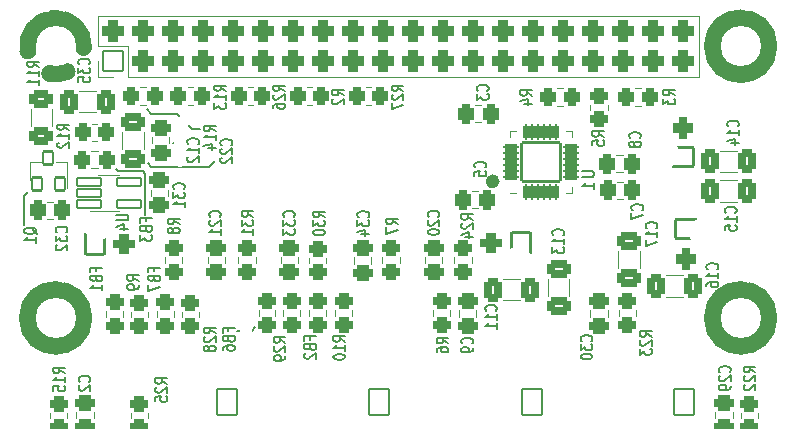
<source format=gbo>
%TF.GenerationSoftware,KiCad,Pcbnew,7.0.9-7.0.9~ubuntu22.04.1*%
%TF.CreationDate,2023-12-11T10:38:12-03:00*%
%TF.ProjectId,WM_RB-HAT,574d5f52-422d-4484-9154-2e6b69636164,rev?*%
%TF.SameCoordinates,Original*%
%TF.FileFunction,Legend,Bot*%
%TF.FilePolarity,Positive*%
%FSLAX46Y46*%
G04 Gerber Fmt 4.6, Leading zero omitted, Abs format (unit mm)*
G04 Created by KiCad (PCBNEW 7.0.9-7.0.9~ubuntu22.04.1) date 2023-12-11 10:38:12*
%MOMM*%
%LPD*%
G01*
G04 APERTURE LIST*
G04 Aperture macros list*
%AMRoundRect*
0 Rectangle with rounded corners*
0 $1 Rounding radius*
0 $2 $3 $4 $5 $6 $7 $8 $9 X,Y pos of 4 corners*
0 Add a 4 corners polygon primitive as box body*
4,1,4,$2,$3,$4,$5,$6,$7,$8,$9,$2,$3,0*
0 Add four circle primitives for the rounded corners*
1,1,$1+$1,$2,$3*
1,1,$1+$1,$4,$5*
1,1,$1+$1,$6,$7*
1,1,$1+$1,$8,$9*
0 Add four rect primitives between the rounded corners*
20,1,$1+$1,$2,$3,$4,$5,0*
20,1,$1+$1,$4,$5,$6,$7,0*
20,1,$1+$1,$6,$7,$8,$9,0*
20,1,$1+$1,$8,$9,$2,$3,0*%
%AMFreePoly0*
4,1,37,0.507011,0.223078,0.530929,0.218320,0.566975,0.203389,0.587251,0.189841,0.614841,0.162251,0.628389,0.141975,0.643320,0.105929,0.648078,0.082011,0.650000,0.062500,0.650000,-0.012500,0.630902,-0.071279,0.620711,-0.083211,0.508211,-0.195711,0.453143,-0.223769,0.437500,-0.225000,-0.487500,-0.225000,-0.507011,-0.223078,-0.530929,-0.218320,-0.566975,-0.203389,-0.587251,-0.189841,
-0.614841,-0.162251,-0.628389,-0.141975,-0.643320,-0.105929,-0.648078,-0.082011,-0.650000,-0.062500,-0.650000,0.062500,-0.648078,0.082011,-0.643320,0.105929,-0.628389,0.141975,-0.614841,0.162251,-0.587251,0.189841,-0.566975,0.203389,-0.530929,0.218320,-0.507011,0.223078,-0.487500,0.225000,0.487500,0.225000,0.507011,0.223078,0.507011,0.223078,$1*%
%AMFreePoly1*
4,1,37,0.496279,0.205902,0.508211,0.195711,0.620711,0.083211,0.648769,0.028143,0.650000,0.012500,0.650000,-0.062500,0.648078,-0.082011,0.643320,-0.105929,0.628389,-0.141975,0.614841,-0.162251,0.587251,-0.189841,0.566975,-0.203389,0.530929,-0.218320,0.507011,-0.223078,0.487500,-0.225000,-0.487500,-0.225000,-0.507011,-0.223078,-0.530929,-0.218320,-0.566975,-0.203389,-0.587251,-0.189841,
-0.614841,-0.162251,-0.628389,-0.141975,-0.643320,-0.105929,-0.648078,-0.082011,-0.650000,-0.062500,-0.650000,0.062500,-0.648078,0.082011,-0.643320,0.105929,-0.628389,0.141975,-0.614841,0.162251,-0.587251,0.189841,-0.566975,0.203389,-0.530929,0.218320,-0.507011,0.223078,-0.487500,0.225000,0.437500,0.225000,0.496279,0.205902,0.496279,0.205902,$1*%
%AMFreePoly2*
4,1,37,0.082011,0.648078,0.105929,0.643320,0.141975,0.628389,0.162251,0.614841,0.189841,0.587251,0.203389,0.566975,0.218320,0.530929,0.223078,0.507011,0.225000,0.487500,0.225000,-0.487500,0.223078,-0.507011,0.218320,-0.530929,0.203389,-0.566975,0.189841,-0.587251,0.162251,-0.614841,0.141975,-0.628389,0.105929,-0.643320,0.082011,-0.648078,0.062500,-0.650000,-0.012500,-0.650000,
-0.071279,-0.630902,-0.083211,-0.620711,-0.195711,-0.508211,-0.223769,-0.453143,-0.225000,-0.437500,-0.225000,0.487500,-0.223078,0.507011,-0.218320,0.530929,-0.203389,0.566975,-0.189841,0.587251,-0.162251,0.614841,-0.141975,0.628389,-0.105929,0.643320,-0.082011,0.648078,-0.062500,0.650000,0.062500,0.650000,0.082011,0.648078,0.082011,0.648078,$1*%
%AMFreePoly3*
4,1,37,0.082011,0.648078,0.105929,0.643320,0.141975,0.628389,0.162251,0.614841,0.189841,0.587251,0.203389,0.566975,0.218320,0.530929,0.223078,0.507011,0.225000,0.487500,0.225000,-0.437500,0.205902,-0.496279,0.195711,-0.508211,0.083211,-0.620711,0.028143,-0.648769,0.012500,-0.650000,-0.062500,-0.650000,-0.082011,-0.648078,-0.105929,-0.643320,-0.141975,-0.628389,-0.162251,-0.614841,
-0.189841,-0.587251,-0.203389,-0.566975,-0.218320,-0.530929,-0.223078,-0.507011,-0.225000,-0.487500,-0.225000,0.487500,-0.223078,0.507011,-0.218320,0.530929,-0.203389,0.566975,-0.189841,0.587251,-0.162251,0.614841,-0.141975,0.628389,-0.105929,0.643320,-0.082011,0.648078,-0.062500,0.650000,0.062500,0.650000,0.082011,0.648078,0.082011,0.648078,$1*%
%AMFreePoly4*
4,1,37,0.507011,0.223078,0.530929,0.218320,0.566975,0.203389,0.587251,0.189841,0.614841,0.162251,0.628389,0.141975,0.643320,0.105929,0.648078,0.082011,0.650000,0.062500,0.650000,-0.062500,0.648078,-0.082011,0.643320,-0.105929,0.628389,-0.141975,0.614841,-0.162251,0.587251,-0.189841,0.566975,-0.203389,0.530929,-0.218320,0.507011,-0.223078,0.487500,-0.225000,-0.487500,-0.225000,
-0.507011,-0.223078,-0.530929,-0.218320,-0.566975,-0.203389,-0.587251,-0.189841,-0.614841,-0.162251,-0.628389,-0.141975,-0.643320,-0.105929,-0.648078,-0.082011,-0.650000,-0.062500,-0.650000,0.012500,-0.630902,0.071279,-0.620711,0.083211,-0.508211,0.195711,-0.453143,0.223769,-0.437500,0.225000,0.487500,0.225000,0.507011,0.223078,0.507011,0.223078,$1*%
%AMFreePoly5*
4,1,37,0.507011,0.223078,0.530929,0.218320,0.566975,0.203389,0.587251,0.189841,0.614841,0.162251,0.628389,0.141975,0.643320,0.105929,0.648078,0.082011,0.650000,0.062500,0.650000,-0.062500,0.648078,-0.082011,0.643320,-0.105929,0.628389,-0.141975,0.614841,-0.162251,0.587251,-0.189841,0.566975,-0.203389,0.530929,-0.218320,0.507011,-0.223078,0.487500,-0.225000,-0.437500,-0.225000,
-0.496279,-0.205902,-0.508211,-0.195711,-0.620711,-0.083211,-0.648769,-0.028143,-0.650000,-0.012500,-0.650000,0.062500,-0.648078,0.082011,-0.643320,0.105929,-0.628389,0.141975,-0.614841,0.162251,-0.587251,0.189841,-0.566975,0.203389,-0.530929,0.218320,-0.507011,0.223078,-0.487500,0.225000,0.487500,0.225000,0.507011,0.223078,0.507011,0.223078,$1*%
%AMFreePoly6*
4,1,37,0.071279,0.630902,0.083211,0.620711,0.195711,0.508211,0.223769,0.453143,0.225000,0.437500,0.225000,-0.487500,0.223078,-0.507011,0.218320,-0.530929,0.203389,-0.566975,0.189841,-0.587251,0.162251,-0.614841,0.141975,-0.628389,0.105929,-0.643320,0.082011,-0.648078,0.062500,-0.650000,-0.062500,-0.650000,-0.082011,-0.648078,-0.105929,-0.643320,-0.141975,-0.628389,-0.162251,-0.614841,
-0.189841,-0.587251,-0.203389,-0.566975,-0.218320,-0.530929,-0.223078,-0.507011,-0.225000,-0.487500,-0.225000,0.487500,-0.223078,0.507011,-0.218320,0.530929,-0.203389,0.566975,-0.189841,0.587251,-0.162251,0.614841,-0.141975,0.628389,-0.105929,0.643320,-0.082011,0.648078,-0.062500,0.650000,0.012500,0.650000,0.071279,0.630902,0.071279,0.630902,$1*%
%AMFreePoly7*
4,1,37,0.082011,0.648078,0.105929,0.643320,0.141975,0.628389,0.162251,0.614841,0.189841,0.587251,0.203389,0.566975,0.218320,0.530929,0.223078,0.507011,0.225000,0.487500,0.225000,-0.487500,0.223078,-0.507011,0.218320,-0.530929,0.203389,-0.566975,0.189841,-0.587251,0.162251,-0.614841,0.141975,-0.628389,0.105929,-0.643320,0.082011,-0.648078,0.062500,-0.650000,-0.062500,-0.650000,
-0.082011,-0.648078,-0.105929,-0.643320,-0.141975,-0.628389,-0.162251,-0.614841,-0.189841,-0.587251,-0.203389,-0.566975,-0.218320,-0.530929,-0.223078,-0.507011,-0.225000,-0.487500,-0.225000,0.437500,-0.205902,0.496279,-0.195711,0.508211,-0.083211,0.620711,-0.028143,0.648769,-0.012500,0.650000,0.062500,0.650000,0.082011,0.648078,0.082011,0.648078,$1*%
G04 Aperture macros list end*
%ADD10C,1.400000*%
%ADD11C,0.150000*%
%ADD12C,0.600000*%
%ADD13C,0.120000*%
%ADD14C,1.000000*%
%ADD15C,1.400000*%
%ADD16C,1.700000*%
%ADD17O,1.600000X4.000000*%
%ADD18O,1.800000X2.300000*%
%ADD19O,3.000000X1.600000*%
%ADD20O,4.200000X2.100000*%
%ADD21RoundRect,0.100000X0.850000X-1.100000X0.850000X1.100000X-0.850000X1.100000X-0.850000X-1.100000X0*%
%ADD22O,1.800000X2.600000*%
%ADD23O,2.800000X1.400000*%
%ADD24C,1.800000*%
%ADD25C,3.400000*%
%ADD26RoundRect,0.100000X0.800000X0.900000X-0.800000X0.900000X-0.800000X-0.900000X0.800000X-0.900000X0*%
%ADD27RoundRect,0.100000X0.918559X0.530330X-0.530330X0.918559X-0.918559X-0.530330X0.530330X-0.918559X0*%
%ADD28RoundRect,0.475000X0.459279X0.265165X-0.265165X0.459279X-0.459279X-0.265165X0.265165X-0.459279X0*%
%ADD29RoundRect,0.475000X0.425000X0.375000X-0.425000X0.375000X-0.425000X-0.375000X0.425000X-0.375000X0*%
%ADD30RoundRect,0.100000X0.900000X-0.800000X0.900000X0.800000X-0.900000X0.800000X-0.900000X-0.800000X0*%
%ADD31RoundRect,0.100000X0.530330X-0.918559X0.918559X0.530330X-0.530330X0.918559X-0.918559X-0.530330X0*%
%ADD32RoundRect,0.475000X0.265165X-0.459279X0.459279X0.265165X-0.265165X0.459279X-0.459279X-0.265165X0*%
%ADD33RoundRect,0.475000X0.375000X-0.425000X0.375000X0.425000X-0.375000X0.425000X-0.375000X-0.425000X0*%
%ADD34RoundRect,0.100000X-0.900000X0.800000X-0.900000X-0.800000X0.900000X-0.800000X0.900000X0.800000X0*%
%ADD35RoundRect,0.100000X-0.530330X0.918559X-0.918559X-0.530330X0.530330X-0.918559X0.918559X0.530330X0*%
%ADD36RoundRect,0.475000X-0.265165X0.459279X-0.459279X-0.265165X0.265165X-0.459279X0.459279X0.265165X0*%
%ADD37RoundRect,0.475000X-0.375000X0.425000X-0.375000X-0.425000X0.375000X-0.425000X0.375000X0.425000X0*%
%ADD38RoundRect,0.100000X-0.800000X-0.900000X0.800000X-0.900000X0.800000X0.900000X-0.800000X0.900000X0*%
%ADD39RoundRect,0.100000X-0.918559X-0.530330X0.530330X-0.918559X0.918559X0.530330X-0.530330X0.918559X0*%
%ADD40RoundRect,0.475000X-0.459279X-0.265165X0.265165X-0.459279X0.459279X0.265165X-0.265165X0.459279X0*%
%ADD41RoundRect,0.475000X-0.425000X-0.375000X0.425000X-0.375000X0.425000X0.375000X-0.425000X0.375000X0*%
%ADD42RoundRect,0.100000X-0.850000X0.850000X-0.850000X-0.850000X0.850000X-0.850000X0.850000X0.850000X0*%
%ADD43RoundRect,0.525000X-0.425000X0.425000X-0.425000X-0.425000X0.425000X-0.425000X0.425000X0.425000X0*%
%ADD44RoundRect,0.350000X0.350000X0.450000X-0.350000X0.450000X-0.350000X-0.450000X0.350000X-0.450000X0*%
%ADD45RoundRect,0.350000X-0.350000X-0.450000X0.350000X-0.450000X0.350000X0.450000X-0.350000X0.450000X0*%
%ADD46RoundRect,0.350000X0.450000X-0.350000X0.450000X0.350000X-0.450000X0.350000X-0.450000X-0.350000X0*%
%ADD47RoundRect,0.350000X0.475000X-0.337500X0.475000X0.337500X-0.475000X0.337500X-0.475000X-0.337500X0*%
%ADD48RoundRect,0.350000X0.337500X0.475000X-0.337500X0.475000X-0.337500X-0.475000X0.337500X-0.475000X0*%
%ADD49FreePoly0,0.000000*%
%ADD50RoundRect,0.162500X-0.487500X-0.062500X0.487500X-0.062500X0.487500X0.062500X-0.487500X0.062500X0*%
%ADD51FreePoly1,0.000000*%
%ADD52FreePoly2,0.000000*%
%ADD53RoundRect,0.162500X-0.062500X-0.487500X0.062500X-0.487500X0.062500X0.487500X-0.062500X0.487500X0*%
%ADD54FreePoly3,0.000000*%
%ADD55FreePoly4,0.000000*%
%ADD56FreePoly5,0.000000*%
%ADD57FreePoly6,0.000000*%
%ADD58FreePoly7,0.000000*%
%ADD59C,1.100000*%
%ADD60RoundRect,0.100000X-1.650000X-1.650000X1.650000X-1.650000X1.650000X1.650000X-1.650000X1.650000X0*%
%ADD61RoundRect,0.350000X-0.337500X-0.475000X0.337500X-0.475000X0.337500X0.475000X-0.337500X0.475000X0*%
%ADD62RoundRect,0.350000X0.625000X-0.400000X0.625000X0.400000X-0.625000X0.400000X-0.625000X-0.400000X0*%
%ADD63RoundRect,0.350000X-0.650000X0.412500X-0.650000X-0.412500X0.650000X-0.412500X0.650000X0.412500X0*%
%ADD64RoundRect,0.350000X-0.450000X0.350000X-0.450000X-0.350000X0.450000X-0.350000X0.450000X0.350000X0*%
%ADD65RoundRect,0.350000X0.450000X-0.325000X0.450000X0.325000X-0.450000X0.325000X-0.450000X-0.325000X0*%
%ADD66RoundRect,0.350000X-0.412500X-0.650000X0.412500X-0.650000X0.412500X0.650000X-0.412500X0.650000X0*%
%ADD67RoundRect,0.350000X-0.475000X0.337500X-0.475000X-0.337500X0.475000X-0.337500X0.475000X0.337500X0*%
%ADD68RoundRect,0.350000X0.412500X0.650000X-0.412500X0.650000X-0.412500X-0.650000X0.412500X-0.650000X0*%
%ADD69RoundRect,0.350000X0.325000X0.450000X-0.325000X0.450000X-0.325000X-0.450000X0.325000X-0.450000X0*%
%ADD70RoundRect,0.350000X0.650000X-0.412500X0.650000X0.412500X-0.650000X0.412500X-0.650000X-0.412500X0*%
%ADD71RoundRect,0.100000X-1.000000X-0.325000X1.000000X-0.325000X1.000000X0.325000X-1.000000X0.325000X0*%
%ADD72RoundRect,0.100000X0.400000X-0.550000X0.400000X0.550000X-0.400000X0.550000X-0.400000X-0.550000X0*%
G04 APERTURE END LIST*
D10*
X142400000Y-87300000D02*
G75*
G03*
X142400000Y-87300000I-2400000J0D01*
G01*
D11*
X93545531Y-71291062D02*
X94200000Y-71291062D01*
X90100000Y-74500000D02*
X94700000Y-74500000D01*
D12*
X119300000Y-75750000D02*
G75*
G03*
X119300000Y-75750000I-300000J0D01*
G01*
D11*
X91900000Y-72500000D02*
X92900000Y-72500000D01*
X92254469Y-70000000D02*
X90854469Y-70000000D01*
X89600000Y-75100000D02*
X89400000Y-74900000D01*
X97400000Y-88400000D02*
X98600000Y-88400000D01*
X95000000Y-74500000D02*
X95500000Y-74000000D01*
D10*
X84379030Y-64399126D02*
G75*
G03*
X79652744Y-64700000I-2379030J99126D01*
G01*
D11*
X87300000Y-74900000D02*
X87100000Y-74700000D01*
X90100000Y-70000000D02*
X89700000Y-69600000D01*
X94700000Y-74500000D02*
X95000000Y-74500000D01*
D10*
X81500000Y-66600000D02*
G75*
G03*
X82973976Y-66442748I500000J2300000D01*
G01*
D11*
X89600000Y-78600000D02*
X89600000Y-75100000D01*
X79300000Y-79400000D02*
X79300000Y-77000000D01*
X91100000Y-70000000D02*
X90100000Y-70000000D01*
X90100000Y-74500000D02*
X89800000Y-74200000D01*
D10*
X142400000Y-64300000D02*
G75*
G03*
X142400000Y-64300000I-2400000J0D01*
G01*
D11*
X79300000Y-77000000D02*
X79700000Y-76600000D01*
X98600000Y-88400000D02*
X98900000Y-88100000D01*
D10*
X84400000Y-87300000D02*
G75*
G03*
X84400000Y-87300000I-2400000J0D01*
G01*
D11*
X89400000Y-74900000D02*
X87300000Y-74900000D01*
X93545531Y-71291062D02*
X92254469Y-70000000D01*
X106404819Y-68466667D02*
X105928628Y-68200000D01*
X106404819Y-68009524D02*
X105404819Y-68009524D01*
X105404819Y-68009524D02*
X105404819Y-68314286D01*
X105404819Y-68314286D02*
X105452438Y-68390476D01*
X105452438Y-68390476D02*
X105500057Y-68428571D01*
X105500057Y-68428571D02*
X105595295Y-68466667D01*
X105595295Y-68466667D02*
X105738152Y-68466667D01*
X105738152Y-68466667D02*
X105833390Y-68428571D01*
X105833390Y-68428571D02*
X105881009Y-68390476D01*
X105881009Y-68390476D02*
X105928628Y-68314286D01*
X105928628Y-68314286D02*
X105928628Y-68009524D01*
X105500057Y-68771428D02*
X105452438Y-68809524D01*
X105452438Y-68809524D02*
X105404819Y-68885714D01*
X105404819Y-68885714D02*
X105404819Y-69076190D01*
X105404819Y-69076190D02*
X105452438Y-69152381D01*
X105452438Y-69152381D02*
X105500057Y-69190476D01*
X105500057Y-69190476D02*
X105595295Y-69228571D01*
X105595295Y-69228571D02*
X105690533Y-69228571D01*
X105690533Y-69228571D02*
X105833390Y-69190476D01*
X105833390Y-69190476D02*
X106404819Y-68733333D01*
X106404819Y-68733333D02*
X106404819Y-69228571D01*
X134454819Y-68466667D02*
X133978628Y-68200000D01*
X134454819Y-68009524D02*
X133454819Y-68009524D01*
X133454819Y-68009524D02*
X133454819Y-68314286D01*
X133454819Y-68314286D02*
X133502438Y-68390476D01*
X133502438Y-68390476D02*
X133550057Y-68428571D01*
X133550057Y-68428571D02*
X133645295Y-68466667D01*
X133645295Y-68466667D02*
X133788152Y-68466667D01*
X133788152Y-68466667D02*
X133883390Y-68428571D01*
X133883390Y-68428571D02*
X133931009Y-68390476D01*
X133931009Y-68390476D02*
X133978628Y-68314286D01*
X133978628Y-68314286D02*
X133978628Y-68009524D01*
X133454819Y-68733333D02*
X133454819Y-69228571D01*
X133454819Y-69228571D02*
X133835771Y-68961905D01*
X133835771Y-68961905D02*
X133835771Y-69076190D01*
X133835771Y-69076190D02*
X133883390Y-69152381D01*
X133883390Y-69152381D02*
X133931009Y-69190476D01*
X133931009Y-69190476D02*
X134026247Y-69228571D01*
X134026247Y-69228571D02*
X134264342Y-69228571D01*
X134264342Y-69228571D02*
X134359580Y-69190476D01*
X134359580Y-69190476D02*
X134407200Y-69152381D01*
X134407200Y-69152381D02*
X134454819Y-69076190D01*
X134454819Y-69076190D02*
X134454819Y-68847619D01*
X134454819Y-68847619D02*
X134407200Y-68771428D01*
X134407200Y-68771428D02*
X134359580Y-68733333D01*
X122354819Y-68473035D02*
X121878628Y-68206368D01*
X122354819Y-68015892D02*
X121354819Y-68015892D01*
X121354819Y-68015892D02*
X121354819Y-68320654D01*
X121354819Y-68320654D02*
X121402438Y-68396844D01*
X121402438Y-68396844D02*
X121450057Y-68434939D01*
X121450057Y-68434939D02*
X121545295Y-68473035D01*
X121545295Y-68473035D02*
X121688152Y-68473035D01*
X121688152Y-68473035D02*
X121783390Y-68434939D01*
X121783390Y-68434939D02*
X121831009Y-68396844D01*
X121831009Y-68396844D02*
X121878628Y-68320654D01*
X121878628Y-68320654D02*
X121878628Y-68015892D01*
X121688152Y-69158749D02*
X122354819Y-69158749D01*
X121307200Y-68968273D02*
X122021485Y-68777796D01*
X122021485Y-68777796D02*
X122021485Y-69273035D01*
X128454819Y-71966667D02*
X127978628Y-71700000D01*
X128454819Y-71509524D02*
X127454819Y-71509524D01*
X127454819Y-71509524D02*
X127454819Y-71814286D01*
X127454819Y-71814286D02*
X127502438Y-71890476D01*
X127502438Y-71890476D02*
X127550057Y-71928571D01*
X127550057Y-71928571D02*
X127645295Y-71966667D01*
X127645295Y-71966667D02*
X127788152Y-71966667D01*
X127788152Y-71966667D02*
X127883390Y-71928571D01*
X127883390Y-71928571D02*
X127931009Y-71890476D01*
X127931009Y-71890476D02*
X127978628Y-71814286D01*
X127978628Y-71814286D02*
X127978628Y-71509524D01*
X127454819Y-72690476D02*
X127454819Y-72309524D01*
X127454819Y-72309524D02*
X127931009Y-72271428D01*
X127931009Y-72271428D02*
X127883390Y-72309524D01*
X127883390Y-72309524D02*
X127835771Y-72385714D01*
X127835771Y-72385714D02*
X127835771Y-72576190D01*
X127835771Y-72576190D02*
X127883390Y-72652381D01*
X127883390Y-72652381D02*
X127931009Y-72690476D01*
X127931009Y-72690476D02*
X128026247Y-72728571D01*
X128026247Y-72728571D02*
X128264342Y-72728571D01*
X128264342Y-72728571D02*
X128359580Y-72690476D01*
X128359580Y-72690476D02*
X128407200Y-72652381D01*
X128407200Y-72652381D02*
X128454819Y-72576190D01*
X128454819Y-72576190D02*
X128454819Y-72385714D01*
X128454819Y-72385714D02*
X128407200Y-72309524D01*
X128407200Y-72309524D02*
X128359580Y-72271428D01*
X84859580Y-92686667D02*
X84907200Y-92648571D01*
X84907200Y-92648571D02*
X84954819Y-92534286D01*
X84954819Y-92534286D02*
X84954819Y-92458095D01*
X84954819Y-92458095D02*
X84907200Y-92343809D01*
X84907200Y-92343809D02*
X84811961Y-92267619D01*
X84811961Y-92267619D02*
X84716723Y-92229524D01*
X84716723Y-92229524D02*
X84526247Y-92191428D01*
X84526247Y-92191428D02*
X84383390Y-92191428D01*
X84383390Y-92191428D02*
X84192914Y-92229524D01*
X84192914Y-92229524D02*
X84097676Y-92267619D01*
X84097676Y-92267619D02*
X84002438Y-92343809D01*
X84002438Y-92343809D02*
X83954819Y-92458095D01*
X83954819Y-92458095D02*
X83954819Y-92534286D01*
X83954819Y-92534286D02*
X84002438Y-92648571D01*
X84002438Y-92648571D02*
X84050057Y-92686667D01*
X84050057Y-92991428D02*
X84002438Y-93029524D01*
X84002438Y-93029524D02*
X83954819Y-93105714D01*
X83954819Y-93105714D02*
X83954819Y-93296190D01*
X83954819Y-93296190D02*
X84002438Y-93372381D01*
X84002438Y-93372381D02*
X84050057Y-93410476D01*
X84050057Y-93410476D02*
X84145295Y-93448571D01*
X84145295Y-93448571D02*
X84240533Y-93448571D01*
X84240533Y-93448571D02*
X84383390Y-93410476D01*
X84383390Y-93410476D02*
X84954819Y-92953333D01*
X84954819Y-92953333D02*
X84954819Y-93448571D01*
X118559580Y-68066667D02*
X118607200Y-68028571D01*
X118607200Y-68028571D02*
X118654819Y-67914286D01*
X118654819Y-67914286D02*
X118654819Y-67838095D01*
X118654819Y-67838095D02*
X118607200Y-67723809D01*
X118607200Y-67723809D02*
X118511961Y-67647619D01*
X118511961Y-67647619D02*
X118416723Y-67609524D01*
X118416723Y-67609524D02*
X118226247Y-67571428D01*
X118226247Y-67571428D02*
X118083390Y-67571428D01*
X118083390Y-67571428D02*
X117892914Y-67609524D01*
X117892914Y-67609524D02*
X117797676Y-67647619D01*
X117797676Y-67647619D02*
X117702438Y-67723809D01*
X117702438Y-67723809D02*
X117654819Y-67838095D01*
X117654819Y-67838095D02*
X117654819Y-67914286D01*
X117654819Y-67914286D02*
X117702438Y-68028571D01*
X117702438Y-68028571D02*
X117750057Y-68066667D01*
X117654819Y-68333333D02*
X117654819Y-68828571D01*
X117654819Y-68828571D02*
X118035771Y-68561905D01*
X118035771Y-68561905D02*
X118035771Y-68676190D01*
X118035771Y-68676190D02*
X118083390Y-68752381D01*
X118083390Y-68752381D02*
X118131009Y-68790476D01*
X118131009Y-68790476D02*
X118226247Y-68828571D01*
X118226247Y-68828571D02*
X118464342Y-68828571D01*
X118464342Y-68828571D02*
X118559580Y-68790476D01*
X118559580Y-68790476D02*
X118607200Y-68752381D01*
X118607200Y-68752381D02*
X118654819Y-68676190D01*
X118654819Y-68676190D02*
X118654819Y-68447619D01*
X118654819Y-68447619D02*
X118607200Y-68371428D01*
X118607200Y-68371428D02*
X118559580Y-68333333D01*
X118359580Y-74566667D02*
X118407200Y-74528571D01*
X118407200Y-74528571D02*
X118454819Y-74414286D01*
X118454819Y-74414286D02*
X118454819Y-74338095D01*
X118454819Y-74338095D02*
X118407200Y-74223809D01*
X118407200Y-74223809D02*
X118311961Y-74147619D01*
X118311961Y-74147619D02*
X118216723Y-74109524D01*
X118216723Y-74109524D02*
X118026247Y-74071428D01*
X118026247Y-74071428D02*
X117883390Y-74071428D01*
X117883390Y-74071428D02*
X117692914Y-74109524D01*
X117692914Y-74109524D02*
X117597676Y-74147619D01*
X117597676Y-74147619D02*
X117502438Y-74223809D01*
X117502438Y-74223809D02*
X117454819Y-74338095D01*
X117454819Y-74338095D02*
X117454819Y-74414286D01*
X117454819Y-74414286D02*
X117502438Y-74528571D01*
X117502438Y-74528571D02*
X117550057Y-74566667D01*
X117454819Y-75290476D02*
X117454819Y-74909524D01*
X117454819Y-74909524D02*
X117931009Y-74871428D01*
X117931009Y-74871428D02*
X117883390Y-74909524D01*
X117883390Y-74909524D02*
X117835771Y-74985714D01*
X117835771Y-74985714D02*
X117835771Y-75176190D01*
X117835771Y-75176190D02*
X117883390Y-75252381D01*
X117883390Y-75252381D02*
X117931009Y-75290476D01*
X117931009Y-75290476D02*
X118026247Y-75328571D01*
X118026247Y-75328571D02*
X118264342Y-75328571D01*
X118264342Y-75328571D02*
X118359580Y-75290476D01*
X118359580Y-75290476D02*
X118407200Y-75252381D01*
X118407200Y-75252381D02*
X118454819Y-75176190D01*
X118454819Y-75176190D02*
X118454819Y-74985714D01*
X118454819Y-74985714D02*
X118407200Y-74909524D01*
X118407200Y-74909524D02*
X118359580Y-74871428D01*
X131659580Y-78166667D02*
X131707200Y-78128571D01*
X131707200Y-78128571D02*
X131754819Y-78014286D01*
X131754819Y-78014286D02*
X131754819Y-77938095D01*
X131754819Y-77938095D02*
X131707200Y-77823809D01*
X131707200Y-77823809D02*
X131611961Y-77747619D01*
X131611961Y-77747619D02*
X131516723Y-77709524D01*
X131516723Y-77709524D02*
X131326247Y-77671428D01*
X131326247Y-77671428D02*
X131183390Y-77671428D01*
X131183390Y-77671428D02*
X130992914Y-77709524D01*
X130992914Y-77709524D02*
X130897676Y-77747619D01*
X130897676Y-77747619D02*
X130802438Y-77823809D01*
X130802438Y-77823809D02*
X130754819Y-77938095D01*
X130754819Y-77938095D02*
X130754819Y-78014286D01*
X130754819Y-78014286D02*
X130802438Y-78128571D01*
X130802438Y-78128571D02*
X130850057Y-78166667D01*
X130754819Y-78433333D02*
X130754819Y-78966667D01*
X130754819Y-78966667D02*
X131754819Y-78623809D01*
X126554819Y-74838095D02*
X127364342Y-74838095D01*
X127364342Y-74838095D02*
X127459580Y-74885714D01*
X127459580Y-74885714D02*
X127507200Y-74933333D01*
X127507200Y-74933333D02*
X127554819Y-75028571D01*
X127554819Y-75028571D02*
X127554819Y-75219047D01*
X127554819Y-75219047D02*
X127507200Y-75314285D01*
X127507200Y-75314285D02*
X127459580Y-75361904D01*
X127459580Y-75361904D02*
X127364342Y-75409523D01*
X127364342Y-75409523D02*
X126554819Y-75409523D01*
X127554819Y-76409523D02*
X127554819Y-75838095D01*
X127554819Y-76123809D02*
X126554819Y-76123809D01*
X126554819Y-76123809D02*
X126697676Y-76028571D01*
X126697676Y-76028571D02*
X126792914Y-75933333D01*
X126792914Y-75933333D02*
X126840533Y-75838095D01*
X131459580Y-72066667D02*
X131507200Y-72028571D01*
X131507200Y-72028571D02*
X131554819Y-71914286D01*
X131554819Y-71914286D02*
X131554819Y-71838095D01*
X131554819Y-71838095D02*
X131507200Y-71723809D01*
X131507200Y-71723809D02*
X131411961Y-71647619D01*
X131411961Y-71647619D02*
X131316723Y-71609524D01*
X131316723Y-71609524D02*
X131126247Y-71571428D01*
X131126247Y-71571428D02*
X130983390Y-71571428D01*
X130983390Y-71571428D02*
X130792914Y-71609524D01*
X130792914Y-71609524D02*
X130697676Y-71647619D01*
X130697676Y-71647619D02*
X130602438Y-71723809D01*
X130602438Y-71723809D02*
X130554819Y-71838095D01*
X130554819Y-71838095D02*
X130554819Y-71914286D01*
X130554819Y-71914286D02*
X130602438Y-72028571D01*
X130602438Y-72028571D02*
X130650057Y-72066667D01*
X130983390Y-72523809D02*
X130935771Y-72447619D01*
X130935771Y-72447619D02*
X130888152Y-72409524D01*
X130888152Y-72409524D02*
X130792914Y-72371428D01*
X130792914Y-72371428D02*
X130745295Y-72371428D01*
X130745295Y-72371428D02*
X130650057Y-72409524D01*
X130650057Y-72409524D02*
X130602438Y-72447619D01*
X130602438Y-72447619D02*
X130554819Y-72523809D01*
X130554819Y-72523809D02*
X130554819Y-72676190D01*
X130554819Y-72676190D02*
X130602438Y-72752381D01*
X130602438Y-72752381D02*
X130650057Y-72790476D01*
X130650057Y-72790476D02*
X130745295Y-72828571D01*
X130745295Y-72828571D02*
X130792914Y-72828571D01*
X130792914Y-72828571D02*
X130888152Y-72790476D01*
X130888152Y-72790476D02*
X130935771Y-72752381D01*
X130935771Y-72752381D02*
X130983390Y-72676190D01*
X130983390Y-72676190D02*
X130983390Y-72523809D01*
X130983390Y-72523809D02*
X131031009Y-72447619D01*
X131031009Y-72447619D02*
X131078628Y-72409524D01*
X131078628Y-72409524D02*
X131173866Y-72371428D01*
X131173866Y-72371428D02*
X131364342Y-72371428D01*
X131364342Y-72371428D02*
X131459580Y-72409524D01*
X131459580Y-72409524D02*
X131507200Y-72447619D01*
X131507200Y-72447619D02*
X131554819Y-72523809D01*
X131554819Y-72523809D02*
X131554819Y-72676190D01*
X131554819Y-72676190D02*
X131507200Y-72752381D01*
X131507200Y-72752381D02*
X131459580Y-72790476D01*
X131459580Y-72790476D02*
X131364342Y-72828571D01*
X131364342Y-72828571D02*
X131173866Y-72828571D01*
X131173866Y-72828571D02*
X131078628Y-72790476D01*
X131078628Y-72790476D02*
X131031009Y-72752381D01*
X131031009Y-72752381D02*
X130983390Y-72676190D01*
X94059580Y-72585714D02*
X94107200Y-72547618D01*
X94107200Y-72547618D02*
X94154819Y-72433333D01*
X94154819Y-72433333D02*
X94154819Y-72357142D01*
X94154819Y-72357142D02*
X94107200Y-72242856D01*
X94107200Y-72242856D02*
X94011961Y-72166666D01*
X94011961Y-72166666D02*
X93916723Y-72128571D01*
X93916723Y-72128571D02*
X93726247Y-72090475D01*
X93726247Y-72090475D02*
X93583390Y-72090475D01*
X93583390Y-72090475D02*
X93392914Y-72128571D01*
X93392914Y-72128571D02*
X93297676Y-72166666D01*
X93297676Y-72166666D02*
X93202438Y-72242856D01*
X93202438Y-72242856D02*
X93154819Y-72357142D01*
X93154819Y-72357142D02*
X93154819Y-72433333D01*
X93154819Y-72433333D02*
X93202438Y-72547618D01*
X93202438Y-72547618D02*
X93250057Y-72585714D01*
X94154819Y-73347618D02*
X94154819Y-72890475D01*
X94154819Y-73119047D02*
X93154819Y-73119047D01*
X93154819Y-73119047D02*
X93297676Y-73042856D01*
X93297676Y-73042856D02*
X93392914Y-72966666D01*
X93392914Y-72966666D02*
X93440533Y-72890475D01*
X93250057Y-73652380D02*
X93202438Y-73690476D01*
X93202438Y-73690476D02*
X93154819Y-73766666D01*
X93154819Y-73766666D02*
X93154819Y-73957142D01*
X93154819Y-73957142D02*
X93202438Y-74033333D01*
X93202438Y-74033333D02*
X93250057Y-74071428D01*
X93250057Y-74071428D02*
X93345295Y-74109523D01*
X93345295Y-74109523D02*
X93440533Y-74109523D01*
X93440533Y-74109523D02*
X93583390Y-74071428D01*
X93583390Y-74071428D02*
X94154819Y-73614285D01*
X94154819Y-73614285D02*
X94154819Y-74109523D01*
X82899580Y-80065714D02*
X82947200Y-80027618D01*
X82947200Y-80027618D02*
X82994819Y-79913333D01*
X82994819Y-79913333D02*
X82994819Y-79837142D01*
X82994819Y-79837142D02*
X82947200Y-79722856D01*
X82947200Y-79722856D02*
X82851961Y-79646666D01*
X82851961Y-79646666D02*
X82756723Y-79608571D01*
X82756723Y-79608571D02*
X82566247Y-79570475D01*
X82566247Y-79570475D02*
X82423390Y-79570475D01*
X82423390Y-79570475D02*
X82232914Y-79608571D01*
X82232914Y-79608571D02*
X82137676Y-79646666D01*
X82137676Y-79646666D02*
X82042438Y-79722856D01*
X82042438Y-79722856D02*
X81994819Y-79837142D01*
X81994819Y-79837142D02*
X81994819Y-79913333D01*
X81994819Y-79913333D02*
X82042438Y-80027618D01*
X82042438Y-80027618D02*
X82090057Y-80065714D01*
X81994819Y-80332380D02*
X81994819Y-80827618D01*
X81994819Y-80827618D02*
X82375771Y-80560952D01*
X82375771Y-80560952D02*
X82375771Y-80675237D01*
X82375771Y-80675237D02*
X82423390Y-80751428D01*
X82423390Y-80751428D02*
X82471009Y-80789523D01*
X82471009Y-80789523D02*
X82566247Y-80827618D01*
X82566247Y-80827618D02*
X82804342Y-80827618D01*
X82804342Y-80827618D02*
X82899580Y-80789523D01*
X82899580Y-80789523D02*
X82947200Y-80751428D01*
X82947200Y-80751428D02*
X82994819Y-80675237D01*
X82994819Y-80675237D02*
X82994819Y-80446666D01*
X82994819Y-80446666D02*
X82947200Y-80370475D01*
X82947200Y-80370475D02*
X82899580Y-80332380D01*
X82090057Y-81132380D02*
X82042438Y-81170476D01*
X82042438Y-81170476D02*
X81994819Y-81246666D01*
X81994819Y-81246666D02*
X81994819Y-81437142D01*
X81994819Y-81437142D02*
X82042438Y-81513333D01*
X82042438Y-81513333D02*
X82090057Y-81551428D01*
X82090057Y-81551428D02*
X82185295Y-81589523D01*
X82185295Y-81589523D02*
X82280533Y-81589523D01*
X82280533Y-81589523D02*
X82423390Y-81551428D01*
X82423390Y-81551428D02*
X82994819Y-81094285D01*
X82994819Y-81094285D02*
X82994819Y-81589523D01*
X80614819Y-66065714D02*
X80138628Y-65799047D01*
X80614819Y-65608571D02*
X79614819Y-65608571D01*
X79614819Y-65608571D02*
X79614819Y-65913333D01*
X79614819Y-65913333D02*
X79662438Y-65989523D01*
X79662438Y-65989523D02*
X79710057Y-66027618D01*
X79710057Y-66027618D02*
X79805295Y-66065714D01*
X79805295Y-66065714D02*
X79948152Y-66065714D01*
X79948152Y-66065714D02*
X80043390Y-66027618D01*
X80043390Y-66027618D02*
X80091009Y-65989523D01*
X80091009Y-65989523D02*
X80138628Y-65913333D01*
X80138628Y-65913333D02*
X80138628Y-65608571D01*
X80614819Y-66827618D02*
X80614819Y-66370475D01*
X80614819Y-66599047D02*
X79614819Y-66599047D01*
X79614819Y-66599047D02*
X79757676Y-66522856D01*
X79757676Y-66522856D02*
X79852914Y-66446666D01*
X79852914Y-66446666D02*
X79900533Y-66370475D01*
X80614819Y-67589523D02*
X80614819Y-67132380D01*
X80614819Y-67360952D02*
X79614819Y-67360952D01*
X79614819Y-67360952D02*
X79757676Y-67284761D01*
X79757676Y-67284761D02*
X79852914Y-67208571D01*
X79852914Y-67208571D02*
X79900533Y-67132380D01*
X124959580Y-80285714D02*
X125007200Y-80247618D01*
X125007200Y-80247618D02*
X125054819Y-80133333D01*
X125054819Y-80133333D02*
X125054819Y-80057142D01*
X125054819Y-80057142D02*
X125007200Y-79942856D01*
X125007200Y-79942856D02*
X124911961Y-79866666D01*
X124911961Y-79866666D02*
X124816723Y-79828571D01*
X124816723Y-79828571D02*
X124626247Y-79790475D01*
X124626247Y-79790475D02*
X124483390Y-79790475D01*
X124483390Y-79790475D02*
X124292914Y-79828571D01*
X124292914Y-79828571D02*
X124197676Y-79866666D01*
X124197676Y-79866666D02*
X124102438Y-79942856D01*
X124102438Y-79942856D02*
X124054819Y-80057142D01*
X124054819Y-80057142D02*
X124054819Y-80133333D01*
X124054819Y-80133333D02*
X124102438Y-80247618D01*
X124102438Y-80247618D02*
X124150057Y-80285714D01*
X125054819Y-81047618D02*
X125054819Y-80590475D01*
X125054819Y-80819047D02*
X124054819Y-80819047D01*
X124054819Y-80819047D02*
X124197676Y-80742856D01*
X124197676Y-80742856D02*
X124292914Y-80666666D01*
X124292914Y-80666666D02*
X124340533Y-80590475D01*
X124054819Y-81314285D02*
X124054819Y-81809523D01*
X124054819Y-81809523D02*
X124435771Y-81542857D01*
X124435771Y-81542857D02*
X124435771Y-81657142D01*
X124435771Y-81657142D02*
X124483390Y-81733333D01*
X124483390Y-81733333D02*
X124531009Y-81771428D01*
X124531009Y-81771428D02*
X124626247Y-81809523D01*
X124626247Y-81809523D02*
X124864342Y-81809523D01*
X124864342Y-81809523D02*
X124959580Y-81771428D01*
X124959580Y-81771428D02*
X125007200Y-81733333D01*
X125007200Y-81733333D02*
X125054819Y-81657142D01*
X125054819Y-81657142D02*
X125054819Y-81428571D01*
X125054819Y-81428571D02*
X125007200Y-81352380D01*
X125007200Y-81352380D02*
X124959580Y-81314285D01*
X92859580Y-76385714D02*
X92907200Y-76347618D01*
X92907200Y-76347618D02*
X92954819Y-76233333D01*
X92954819Y-76233333D02*
X92954819Y-76157142D01*
X92954819Y-76157142D02*
X92907200Y-76042856D01*
X92907200Y-76042856D02*
X92811961Y-75966666D01*
X92811961Y-75966666D02*
X92716723Y-75928571D01*
X92716723Y-75928571D02*
X92526247Y-75890475D01*
X92526247Y-75890475D02*
X92383390Y-75890475D01*
X92383390Y-75890475D02*
X92192914Y-75928571D01*
X92192914Y-75928571D02*
X92097676Y-75966666D01*
X92097676Y-75966666D02*
X92002438Y-76042856D01*
X92002438Y-76042856D02*
X91954819Y-76157142D01*
X91954819Y-76157142D02*
X91954819Y-76233333D01*
X91954819Y-76233333D02*
X92002438Y-76347618D01*
X92002438Y-76347618D02*
X92050057Y-76385714D01*
X91954819Y-76652380D02*
X91954819Y-77147618D01*
X91954819Y-77147618D02*
X92335771Y-76880952D01*
X92335771Y-76880952D02*
X92335771Y-76995237D01*
X92335771Y-76995237D02*
X92383390Y-77071428D01*
X92383390Y-77071428D02*
X92431009Y-77109523D01*
X92431009Y-77109523D02*
X92526247Y-77147618D01*
X92526247Y-77147618D02*
X92764342Y-77147618D01*
X92764342Y-77147618D02*
X92859580Y-77109523D01*
X92859580Y-77109523D02*
X92907200Y-77071428D01*
X92907200Y-77071428D02*
X92954819Y-76995237D01*
X92954819Y-76995237D02*
X92954819Y-76766666D01*
X92954819Y-76766666D02*
X92907200Y-76690475D01*
X92907200Y-76690475D02*
X92859580Y-76652380D01*
X92954819Y-77909523D02*
X92954819Y-77452380D01*
X92954819Y-77680952D02*
X91954819Y-77680952D01*
X91954819Y-77680952D02*
X92097676Y-77604761D01*
X92097676Y-77604761D02*
X92192914Y-77528571D01*
X92192914Y-77528571D02*
X92240533Y-77452380D01*
X117354819Y-78985714D02*
X116878628Y-78719047D01*
X117354819Y-78528571D02*
X116354819Y-78528571D01*
X116354819Y-78528571D02*
X116354819Y-78833333D01*
X116354819Y-78833333D02*
X116402438Y-78909523D01*
X116402438Y-78909523D02*
X116450057Y-78947618D01*
X116450057Y-78947618D02*
X116545295Y-78985714D01*
X116545295Y-78985714D02*
X116688152Y-78985714D01*
X116688152Y-78985714D02*
X116783390Y-78947618D01*
X116783390Y-78947618D02*
X116831009Y-78909523D01*
X116831009Y-78909523D02*
X116878628Y-78833333D01*
X116878628Y-78833333D02*
X116878628Y-78528571D01*
X116450057Y-79290475D02*
X116402438Y-79328571D01*
X116402438Y-79328571D02*
X116354819Y-79404761D01*
X116354819Y-79404761D02*
X116354819Y-79595237D01*
X116354819Y-79595237D02*
X116402438Y-79671428D01*
X116402438Y-79671428D02*
X116450057Y-79709523D01*
X116450057Y-79709523D02*
X116545295Y-79747618D01*
X116545295Y-79747618D02*
X116640533Y-79747618D01*
X116640533Y-79747618D02*
X116783390Y-79709523D01*
X116783390Y-79709523D02*
X117354819Y-79252380D01*
X117354819Y-79252380D02*
X117354819Y-79747618D01*
X116688152Y-80433333D02*
X117354819Y-80433333D01*
X116307200Y-80242857D02*
X117021485Y-80052380D01*
X117021485Y-80052380D02*
X117021485Y-80547619D01*
X85431009Y-83333333D02*
X85431009Y-83066667D01*
X85954819Y-83066667D02*
X84954819Y-83066667D01*
X84954819Y-83066667D02*
X84954819Y-83447619D01*
X85431009Y-84019047D02*
X85478628Y-84133333D01*
X85478628Y-84133333D02*
X85526247Y-84171428D01*
X85526247Y-84171428D02*
X85621485Y-84209524D01*
X85621485Y-84209524D02*
X85764342Y-84209524D01*
X85764342Y-84209524D02*
X85859580Y-84171428D01*
X85859580Y-84171428D02*
X85907200Y-84133333D01*
X85907200Y-84133333D02*
X85954819Y-84057143D01*
X85954819Y-84057143D02*
X85954819Y-83752381D01*
X85954819Y-83752381D02*
X84954819Y-83752381D01*
X84954819Y-83752381D02*
X84954819Y-84019047D01*
X84954819Y-84019047D02*
X85002438Y-84095238D01*
X85002438Y-84095238D02*
X85050057Y-84133333D01*
X85050057Y-84133333D02*
X85145295Y-84171428D01*
X85145295Y-84171428D02*
X85240533Y-84171428D01*
X85240533Y-84171428D02*
X85335771Y-84133333D01*
X85335771Y-84133333D02*
X85383390Y-84095238D01*
X85383390Y-84095238D02*
X85431009Y-84019047D01*
X85431009Y-84019047D02*
X85431009Y-83752381D01*
X85954819Y-84971428D02*
X85954819Y-84514285D01*
X85954819Y-84742857D02*
X84954819Y-84742857D01*
X84954819Y-84742857D02*
X85097676Y-84666666D01*
X85097676Y-84666666D02*
X85192914Y-84590476D01*
X85192914Y-84590476D02*
X85240533Y-84514285D01*
X84809580Y-65835714D02*
X84857200Y-65797618D01*
X84857200Y-65797618D02*
X84904819Y-65683333D01*
X84904819Y-65683333D02*
X84904819Y-65607142D01*
X84904819Y-65607142D02*
X84857200Y-65492856D01*
X84857200Y-65492856D02*
X84761961Y-65416666D01*
X84761961Y-65416666D02*
X84666723Y-65378571D01*
X84666723Y-65378571D02*
X84476247Y-65340475D01*
X84476247Y-65340475D02*
X84333390Y-65340475D01*
X84333390Y-65340475D02*
X84142914Y-65378571D01*
X84142914Y-65378571D02*
X84047676Y-65416666D01*
X84047676Y-65416666D02*
X83952438Y-65492856D01*
X83952438Y-65492856D02*
X83904819Y-65607142D01*
X83904819Y-65607142D02*
X83904819Y-65683333D01*
X83904819Y-65683333D02*
X83952438Y-65797618D01*
X83952438Y-65797618D02*
X84000057Y-65835714D01*
X83904819Y-66102380D02*
X83904819Y-66597618D01*
X83904819Y-66597618D02*
X84285771Y-66330952D01*
X84285771Y-66330952D02*
X84285771Y-66445237D01*
X84285771Y-66445237D02*
X84333390Y-66521428D01*
X84333390Y-66521428D02*
X84381009Y-66559523D01*
X84381009Y-66559523D02*
X84476247Y-66597618D01*
X84476247Y-66597618D02*
X84714342Y-66597618D01*
X84714342Y-66597618D02*
X84809580Y-66559523D01*
X84809580Y-66559523D02*
X84857200Y-66521428D01*
X84857200Y-66521428D02*
X84904819Y-66445237D01*
X84904819Y-66445237D02*
X84904819Y-66216666D01*
X84904819Y-66216666D02*
X84857200Y-66140475D01*
X84857200Y-66140475D02*
X84809580Y-66102380D01*
X83904819Y-67321428D02*
X83904819Y-66940476D01*
X83904819Y-66940476D02*
X84381009Y-66902380D01*
X84381009Y-66902380D02*
X84333390Y-66940476D01*
X84333390Y-66940476D02*
X84285771Y-67016666D01*
X84285771Y-67016666D02*
X84285771Y-67207142D01*
X84285771Y-67207142D02*
X84333390Y-67283333D01*
X84333390Y-67283333D02*
X84381009Y-67321428D01*
X84381009Y-67321428D02*
X84476247Y-67359523D01*
X84476247Y-67359523D02*
X84714342Y-67359523D01*
X84714342Y-67359523D02*
X84809580Y-67321428D01*
X84809580Y-67321428D02*
X84857200Y-67283333D01*
X84857200Y-67283333D02*
X84904819Y-67207142D01*
X84904819Y-67207142D02*
X84904819Y-67016666D01*
X84904819Y-67016666D02*
X84857200Y-66940476D01*
X84857200Y-66940476D02*
X84809580Y-66902380D01*
X139059580Y-91885714D02*
X139107200Y-91847618D01*
X139107200Y-91847618D02*
X139154819Y-91733333D01*
X139154819Y-91733333D02*
X139154819Y-91657142D01*
X139154819Y-91657142D02*
X139107200Y-91542856D01*
X139107200Y-91542856D02*
X139011961Y-91466666D01*
X139011961Y-91466666D02*
X138916723Y-91428571D01*
X138916723Y-91428571D02*
X138726247Y-91390475D01*
X138726247Y-91390475D02*
X138583390Y-91390475D01*
X138583390Y-91390475D02*
X138392914Y-91428571D01*
X138392914Y-91428571D02*
X138297676Y-91466666D01*
X138297676Y-91466666D02*
X138202438Y-91542856D01*
X138202438Y-91542856D02*
X138154819Y-91657142D01*
X138154819Y-91657142D02*
X138154819Y-91733333D01*
X138154819Y-91733333D02*
X138202438Y-91847618D01*
X138202438Y-91847618D02*
X138250057Y-91885714D01*
X138250057Y-92190475D02*
X138202438Y-92228571D01*
X138202438Y-92228571D02*
X138154819Y-92304761D01*
X138154819Y-92304761D02*
X138154819Y-92495237D01*
X138154819Y-92495237D02*
X138202438Y-92571428D01*
X138202438Y-92571428D02*
X138250057Y-92609523D01*
X138250057Y-92609523D02*
X138345295Y-92647618D01*
X138345295Y-92647618D02*
X138440533Y-92647618D01*
X138440533Y-92647618D02*
X138583390Y-92609523D01*
X138583390Y-92609523D02*
X139154819Y-92152380D01*
X139154819Y-92152380D02*
X139154819Y-92647618D01*
X139154819Y-93028571D02*
X139154819Y-93180952D01*
X139154819Y-93180952D02*
X139107200Y-93257142D01*
X139107200Y-93257142D02*
X139059580Y-93295238D01*
X139059580Y-93295238D02*
X138916723Y-93371428D01*
X138916723Y-93371428D02*
X138726247Y-93409523D01*
X138726247Y-93409523D02*
X138345295Y-93409523D01*
X138345295Y-93409523D02*
X138250057Y-93371428D01*
X138250057Y-93371428D02*
X138202438Y-93333333D01*
X138202438Y-93333333D02*
X138154819Y-93257142D01*
X138154819Y-93257142D02*
X138154819Y-93104761D01*
X138154819Y-93104761D02*
X138202438Y-93028571D01*
X138202438Y-93028571D02*
X138250057Y-92990476D01*
X138250057Y-92990476D02*
X138345295Y-92952380D01*
X138345295Y-92952380D02*
X138583390Y-92952380D01*
X138583390Y-92952380D02*
X138678628Y-92990476D01*
X138678628Y-92990476D02*
X138726247Y-93028571D01*
X138726247Y-93028571D02*
X138773866Y-93104761D01*
X138773866Y-93104761D02*
X138773866Y-93257142D01*
X138773866Y-93257142D02*
X138726247Y-93333333D01*
X138726247Y-93333333D02*
X138678628Y-93371428D01*
X138678628Y-93371428D02*
X138583390Y-93409523D01*
X104804819Y-78773214D02*
X104328628Y-78506547D01*
X104804819Y-78316071D02*
X103804819Y-78316071D01*
X103804819Y-78316071D02*
X103804819Y-78620833D01*
X103804819Y-78620833D02*
X103852438Y-78697023D01*
X103852438Y-78697023D02*
X103900057Y-78735118D01*
X103900057Y-78735118D02*
X103995295Y-78773214D01*
X103995295Y-78773214D02*
X104138152Y-78773214D01*
X104138152Y-78773214D02*
X104233390Y-78735118D01*
X104233390Y-78735118D02*
X104281009Y-78697023D01*
X104281009Y-78697023D02*
X104328628Y-78620833D01*
X104328628Y-78620833D02*
X104328628Y-78316071D01*
X103804819Y-79039880D02*
X103804819Y-79535118D01*
X103804819Y-79535118D02*
X104185771Y-79268452D01*
X104185771Y-79268452D02*
X104185771Y-79382737D01*
X104185771Y-79382737D02*
X104233390Y-79458928D01*
X104233390Y-79458928D02*
X104281009Y-79497023D01*
X104281009Y-79497023D02*
X104376247Y-79535118D01*
X104376247Y-79535118D02*
X104614342Y-79535118D01*
X104614342Y-79535118D02*
X104709580Y-79497023D01*
X104709580Y-79497023D02*
X104757200Y-79458928D01*
X104757200Y-79458928D02*
X104804819Y-79382737D01*
X104804819Y-79382737D02*
X104804819Y-79154166D01*
X104804819Y-79154166D02*
X104757200Y-79077975D01*
X104757200Y-79077975D02*
X104709580Y-79039880D01*
X103804819Y-80030357D02*
X103804819Y-80106547D01*
X103804819Y-80106547D02*
X103852438Y-80182738D01*
X103852438Y-80182738D02*
X103900057Y-80220833D01*
X103900057Y-80220833D02*
X103995295Y-80258928D01*
X103995295Y-80258928D02*
X104185771Y-80297023D01*
X104185771Y-80297023D02*
X104423866Y-80297023D01*
X104423866Y-80297023D02*
X104614342Y-80258928D01*
X104614342Y-80258928D02*
X104709580Y-80220833D01*
X104709580Y-80220833D02*
X104757200Y-80182738D01*
X104757200Y-80182738D02*
X104804819Y-80106547D01*
X104804819Y-80106547D02*
X104804819Y-80030357D01*
X104804819Y-80030357D02*
X104757200Y-79954166D01*
X104757200Y-79954166D02*
X104709580Y-79916071D01*
X104709580Y-79916071D02*
X104614342Y-79877976D01*
X104614342Y-79877976D02*
X104423866Y-79839880D01*
X104423866Y-79839880D02*
X104185771Y-79839880D01*
X104185771Y-79839880D02*
X103995295Y-79877976D01*
X103995295Y-79877976D02*
X103900057Y-79916071D01*
X103900057Y-79916071D02*
X103852438Y-79954166D01*
X103852438Y-79954166D02*
X103804819Y-80030357D01*
X96454819Y-68085714D02*
X95978628Y-67819047D01*
X96454819Y-67628571D02*
X95454819Y-67628571D01*
X95454819Y-67628571D02*
X95454819Y-67933333D01*
X95454819Y-67933333D02*
X95502438Y-68009523D01*
X95502438Y-68009523D02*
X95550057Y-68047618D01*
X95550057Y-68047618D02*
X95645295Y-68085714D01*
X95645295Y-68085714D02*
X95788152Y-68085714D01*
X95788152Y-68085714D02*
X95883390Y-68047618D01*
X95883390Y-68047618D02*
X95931009Y-68009523D01*
X95931009Y-68009523D02*
X95978628Y-67933333D01*
X95978628Y-67933333D02*
X95978628Y-67628571D01*
X96454819Y-68847618D02*
X96454819Y-68390475D01*
X96454819Y-68619047D02*
X95454819Y-68619047D01*
X95454819Y-68619047D02*
X95597676Y-68542856D01*
X95597676Y-68542856D02*
X95692914Y-68466666D01*
X95692914Y-68466666D02*
X95740533Y-68390475D01*
X95454819Y-69114285D02*
X95454819Y-69609523D01*
X95454819Y-69609523D02*
X95835771Y-69342857D01*
X95835771Y-69342857D02*
X95835771Y-69457142D01*
X95835771Y-69457142D02*
X95883390Y-69533333D01*
X95883390Y-69533333D02*
X95931009Y-69571428D01*
X95931009Y-69571428D02*
X96026247Y-69609523D01*
X96026247Y-69609523D02*
X96264342Y-69609523D01*
X96264342Y-69609523D02*
X96359580Y-69571428D01*
X96359580Y-69571428D02*
X96407200Y-69533333D01*
X96407200Y-69533333D02*
X96454819Y-69457142D01*
X96454819Y-69457142D02*
X96454819Y-69228571D01*
X96454819Y-69228571D02*
X96407200Y-69152380D01*
X96407200Y-69152380D02*
X96359580Y-69114285D01*
X89054819Y-84166667D02*
X88578628Y-83900000D01*
X89054819Y-83709524D02*
X88054819Y-83709524D01*
X88054819Y-83709524D02*
X88054819Y-84014286D01*
X88054819Y-84014286D02*
X88102438Y-84090476D01*
X88102438Y-84090476D02*
X88150057Y-84128571D01*
X88150057Y-84128571D02*
X88245295Y-84166667D01*
X88245295Y-84166667D02*
X88388152Y-84166667D01*
X88388152Y-84166667D02*
X88483390Y-84128571D01*
X88483390Y-84128571D02*
X88531009Y-84090476D01*
X88531009Y-84090476D02*
X88578628Y-84014286D01*
X88578628Y-84014286D02*
X88578628Y-83709524D01*
X89054819Y-84547619D02*
X89054819Y-84700000D01*
X89054819Y-84700000D02*
X89007200Y-84776190D01*
X89007200Y-84776190D02*
X88959580Y-84814286D01*
X88959580Y-84814286D02*
X88816723Y-84890476D01*
X88816723Y-84890476D02*
X88626247Y-84928571D01*
X88626247Y-84928571D02*
X88245295Y-84928571D01*
X88245295Y-84928571D02*
X88150057Y-84890476D01*
X88150057Y-84890476D02*
X88102438Y-84852381D01*
X88102438Y-84852381D02*
X88054819Y-84776190D01*
X88054819Y-84776190D02*
X88054819Y-84623809D01*
X88054819Y-84623809D02*
X88102438Y-84547619D01*
X88102438Y-84547619D02*
X88150057Y-84509524D01*
X88150057Y-84509524D02*
X88245295Y-84471428D01*
X88245295Y-84471428D02*
X88483390Y-84471428D01*
X88483390Y-84471428D02*
X88578628Y-84509524D01*
X88578628Y-84509524D02*
X88626247Y-84547619D01*
X88626247Y-84547619D02*
X88673866Y-84623809D01*
X88673866Y-84623809D02*
X88673866Y-84776190D01*
X88673866Y-84776190D02*
X88626247Y-84852381D01*
X88626247Y-84852381D02*
X88578628Y-84890476D01*
X88578628Y-84890476D02*
X88483390Y-84928571D01*
X101404819Y-68085714D02*
X100928628Y-67819047D01*
X101404819Y-67628571D02*
X100404819Y-67628571D01*
X100404819Y-67628571D02*
X100404819Y-67933333D01*
X100404819Y-67933333D02*
X100452438Y-68009523D01*
X100452438Y-68009523D02*
X100500057Y-68047618D01*
X100500057Y-68047618D02*
X100595295Y-68085714D01*
X100595295Y-68085714D02*
X100738152Y-68085714D01*
X100738152Y-68085714D02*
X100833390Y-68047618D01*
X100833390Y-68047618D02*
X100881009Y-68009523D01*
X100881009Y-68009523D02*
X100928628Y-67933333D01*
X100928628Y-67933333D02*
X100928628Y-67628571D01*
X100500057Y-68390475D02*
X100452438Y-68428571D01*
X100452438Y-68428571D02*
X100404819Y-68504761D01*
X100404819Y-68504761D02*
X100404819Y-68695237D01*
X100404819Y-68695237D02*
X100452438Y-68771428D01*
X100452438Y-68771428D02*
X100500057Y-68809523D01*
X100500057Y-68809523D02*
X100595295Y-68847618D01*
X100595295Y-68847618D02*
X100690533Y-68847618D01*
X100690533Y-68847618D02*
X100833390Y-68809523D01*
X100833390Y-68809523D02*
X101404819Y-68352380D01*
X101404819Y-68352380D02*
X101404819Y-68847618D01*
X100404819Y-69533333D02*
X100404819Y-69380952D01*
X100404819Y-69380952D02*
X100452438Y-69304761D01*
X100452438Y-69304761D02*
X100500057Y-69266666D01*
X100500057Y-69266666D02*
X100642914Y-69190476D01*
X100642914Y-69190476D02*
X100833390Y-69152380D01*
X100833390Y-69152380D02*
X101214342Y-69152380D01*
X101214342Y-69152380D02*
X101309580Y-69190476D01*
X101309580Y-69190476D02*
X101357200Y-69228571D01*
X101357200Y-69228571D02*
X101404819Y-69304761D01*
X101404819Y-69304761D02*
X101404819Y-69457142D01*
X101404819Y-69457142D02*
X101357200Y-69533333D01*
X101357200Y-69533333D02*
X101309580Y-69571428D01*
X101309580Y-69571428D02*
X101214342Y-69609523D01*
X101214342Y-69609523D02*
X100976247Y-69609523D01*
X100976247Y-69609523D02*
X100881009Y-69571428D01*
X100881009Y-69571428D02*
X100833390Y-69533333D01*
X100833390Y-69533333D02*
X100785771Y-69457142D01*
X100785771Y-69457142D02*
X100785771Y-69304761D01*
X100785771Y-69304761D02*
X100833390Y-69228571D01*
X100833390Y-69228571D02*
X100881009Y-69190476D01*
X100881009Y-69190476D02*
X100976247Y-69152380D01*
X127359580Y-89285714D02*
X127407200Y-89247618D01*
X127407200Y-89247618D02*
X127454819Y-89133333D01*
X127454819Y-89133333D02*
X127454819Y-89057142D01*
X127454819Y-89057142D02*
X127407200Y-88942856D01*
X127407200Y-88942856D02*
X127311961Y-88866666D01*
X127311961Y-88866666D02*
X127216723Y-88828571D01*
X127216723Y-88828571D02*
X127026247Y-88790475D01*
X127026247Y-88790475D02*
X126883390Y-88790475D01*
X126883390Y-88790475D02*
X126692914Y-88828571D01*
X126692914Y-88828571D02*
X126597676Y-88866666D01*
X126597676Y-88866666D02*
X126502438Y-88942856D01*
X126502438Y-88942856D02*
X126454819Y-89057142D01*
X126454819Y-89057142D02*
X126454819Y-89133333D01*
X126454819Y-89133333D02*
X126502438Y-89247618D01*
X126502438Y-89247618D02*
X126550057Y-89285714D01*
X126454819Y-89552380D02*
X126454819Y-90047618D01*
X126454819Y-90047618D02*
X126835771Y-89780952D01*
X126835771Y-89780952D02*
X126835771Y-89895237D01*
X126835771Y-89895237D02*
X126883390Y-89971428D01*
X126883390Y-89971428D02*
X126931009Y-90009523D01*
X126931009Y-90009523D02*
X127026247Y-90047618D01*
X127026247Y-90047618D02*
X127264342Y-90047618D01*
X127264342Y-90047618D02*
X127359580Y-90009523D01*
X127359580Y-90009523D02*
X127407200Y-89971428D01*
X127407200Y-89971428D02*
X127454819Y-89895237D01*
X127454819Y-89895237D02*
X127454819Y-89666666D01*
X127454819Y-89666666D02*
X127407200Y-89590475D01*
X127407200Y-89590475D02*
X127359580Y-89552380D01*
X126454819Y-90542857D02*
X126454819Y-90619047D01*
X126454819Y-90619047D02*
X126502438Y-90695238D01*
X126502438Y-90695238D02*
X126550057Y-90733333D01*
X126550057Y-90733333D02*
X126645295Y-90771428D01*
X126645295Y-90771428D02*
X126835771Y-90809523D01*
X126835771Y-90809523D02*
X127073866Y-90809523D01*
X127073866Y-90809523D02*
X127264342Y-90771428D01*
X127264342Y-90771428D02*
X127359580Y-90733333D01*
X127359580Y-90733333D02*
X127407200Y-90695238D01*
X127407200Y-90695238D02*
X127454819Y-90619047D01*
X127454819Y-90619047D02*
X127454819Y-90542857D01*
X127454819Y-90542857D02*
X127407200Y-90466666D01*
X127407200Y-90466666D02*
X127359580Y-90428571D01*
X127359580Y-90428571D02*
X127264342Y-90390476D01*
X127264342Y-90390476D02*
X127073866Y-90352380D01*
X127073866Y-90352380D02*
X126835771Y-90352380D01*
X126835771Y-90352380D02*
X126645295Y-90390476D01*
X126645295Y-90390476D02*
X126550057Y-90428571D01*
X126550057Y-90428571D02*
X126502438Y-90466666D01*
X126502438Y-90466666D02*
X126454819Y-90542857D01*
X95909580Y-78735714D02*
X95957200Y-78697618D01*
X95957200Y-78697618D02*
X96004819Y-78583333D01*
X96004819Y-78583333D02*
X96004819Y-78507142D01*
X96004819Y-78507142D02*
X95957200Y-78392856D01*
X95957200Y-78392856D02*
X95861961Y-78316666D01*
X95861961Y-78316666D02*
X95766723Y-78278571D01*
X95766723Y-78278571D02*
X95576247Y-78240475D01*
X95576247Y-78240475D02*
X95433390Y-78240475D01*
X95433390Y-78240475D02*
X95242914Y-78278571D01*
X95242914Y-78278571D02*
X95147676Y-78316666D01*
X95147676Y-78316666D02*
X95052438Y-78392856D01*
X95052438Y-78392856D02*
X95004819Y-78507142D01*
X95004819Y-78507142D02*
X95004819Y-78583333D01*
X95004819Y-78583333D02*
X95052438Y-78697618D01*
X95052438Y-78697618D02*
X95100057Y-78735714D01*
X95100057Y-79040475D02*
X95052438Y-79078571D01*
X95052438Y-79078571D02*
X95004819Y-79154761D01*
X95004819Y-79154761D02*
X95004819Y-79345237D01*
X95004819Y-79345237D02*
X95052438Y-79421428D01*
X95052438Y-79421428D02*
X95100057Y-79459523D01*
X95100057Y-79459523D02*
X95195295Y-79497618D01*
X95195295Y-79497618D02*
X95290533Y-79497618D01*
X95290533Y-79497618D02*
X95433390Y-79459523D01*
X95433390Y-79459523D02*
X96004819Y-79002380D01*
X96004819Y-79002380D02*
X96004819Y-79497618D01*
X96004819Y-80259523D02*
X96004819Y-79802380D01*
X96004819Y-80030952D02*
X95004819Y-80030952D01*
X95004819Y-80030952D02*
X95147676Y-79954761D01*
X95147676Y-79954761D02*
X95242914Y-79878571D01*
X95242914Y-79878571D02*
X95290533Y-79802380D01*
X119259580Y-86685714D02*
X119307200Y-86647618D01*
X119307200Y-86647618D02*
X119354819Y-86533333D01*
X119354819Y-86533333D02*
X119354819Y-86457142D01*
X119354819Y-86457142D02*
X119307200Y-86342856D01*
X119307200Y-86342856D02*
X119211961Y-86266666D01*
X119211961Y-86266666D02*
X119116723Y-86228571D01*
X119116723Y-86228571D02*
X118926247Y-86190475D01*
X118926247Y-86190475D02*
X118783390Y-86190475D01*
X118783390Y-86190475D02*
X118592914Y-86228571D01*
X118592914Y-86228571D02*
X118497676Y-86266666D01*
X118497676Y-86266666D02*
X118402438Y-86342856D01*
X118402438Y-86342856D02*
X118354819Y-86457142D01*
X118354819Y-86457142D02*
X118354819Y-86533333D01*
X118354819Y-86533333D02*
X118402438Y-86647618D01*
X118402438Y-86647618D02*
X118450057Y-86685714D01*
X119354819Y-87447618D02*
X119354819Y-86990475D01*
X119354819Y-87219047D02*
X118354819Y-87219047D01*
X118354819Y-87219047D02*
X118497676Y-87142856D01*
X118497676Y-87142856D02*
X118592914Y-87066666D01*
X118592914Y-87066666D02*
X118640533Y-86990475D01*
X119354819Y-88209523D02*
X119354819Y-87752380D01*
X119354819Y-87980952D02*
X118354819Y-87980952D01*
X118354819Y-87980952D02*
X118497676Y-87904761D01*
X118497676Y-87904761D02*
X118592914Y-87828571D01*
X118592914Y-87828571D02*
X118640533Y-87752380D01*
X103531009Y-89133333D02*
X103531009Y-88866667D01*
X104054819Y-88866667D02*
X103054819Y-88866667D01*
X103054819Y-88866667D02*
X103054819Y-89247619D01*
X103531009Y-89819047D02*
X103578628Y-89933333D01*
X103578628Y-89933333D02*
X103626247Y-89971428D01*
X103626247Y-89971428D02*
X103721485Y-90009524D01*
X103721485Y-90009524D02*
X103864342Y-90009524D01*
X103864342Y-90009524D02*
X103959580Y-89971428D01*
X103959580Y-89971428D02*
X104007200Y-89933333D01*
X104007200Y-89933333D02*
X104054819Y-89857143D01*
X104054819Y-89857143D02*
X104054819Y-89552381D01*
X104054819Y-89552381D02*
X103054819Y-89552381D01*
X103054819Y-89552381D02*
X103054819Y-89819047D01*
X103054819Y-89819047D02*
X103102438Y-89895238D01*
X103102438Y-89895238D02*
X103150057Y-89933333D01*
X103150057Y-89933333D02*
X103245295Y-89971428D01*
X103245295Y-89971428D02*
X103340533Y-89971428D01*
X103340533Y-89971428D02*
X103435771Y-89933333D01*
X103435771Y-89933333D02*
X103483390Y-89895238D01*
X103483390Y-89895238D02*
X103531009Y-89819047D01*
X103531009Y-89819047D02*
X103531009Y-89552381D01*
X103150057Y-90314285D02*
X103102438Y-90352381D01*
X103102438Y-90352381D02*
X103054819Y-90428571D01*
X103054819Y-90428571D02*
X103054819Y-90619047D01*
X103054819Y-90619047D02*
X103102438Y-90695238D01*
X103102438Y-90695238D02*
X103150057Y-90733333D01*
X103150057Y-90733333D02*
X103245295Y-90771428D01*
X103245295Y-90771428D02*
X103340533Y-90771428D01*
X103340533Y-90771428D02*
X103483390Y-90733333D01*
X103483390Y-90733333D02*
X104054819Y-90276190D01*
X104054819Y-90276190D02*
X104054819Y-90771428D01*
X138009580Y-83185714D02*
X138057200Y-83147618D01*
X138057200Y-83147618D02*
X138104819Y-83033333D01*
X138104819Y-83033333D02*
X138104819Y-82957142D01*
X138104819Y-82957142D02*
X138057200Y-82842856D01*
X138057200Y-82842856D02*
X137961961Y-82766666D01*
X137961961Y-82766666D02*
X137866723Y-82728571D01*
X137866723Y-82728571D02*
X137676247Y-82690475D01*
X137676247Y-82690475D02*
X137533390Y-82690475D01*
X137533390Y-82690475D02*
X137342914Y-82728571D01*
X137342914Y-82728571D02*
X137247676Y-82766666D01*
X137247676Y-82766666D02*
X137152438Y-82842856D01*
X137152438Y-82842856D02*
X137104819Y-82957142D01*
X137104819Y-82957142D02*
X137104819Y-83033333D01*
X137104819Y-83033333D02*
X137152438Y-83147618D01*
X137152438Y-83147618D02*
X137200057Y-83185714D01*
X138104819Y-83947618D02*
X138104819Y-83490475D01*
X138104819Y-83719047D02*
X137104819Y-83719047D01*
X137104819Y-83719047D02*
X137247676Y-83642856D01*
X137247676Y-83642856D02*
X137342914Y-83566666D01*
X137342914Y-83566666D02*
X137390533Y-83490475D01*
X137104819Y-84633333D02*
X137104819Y-84480952D01*
X137104819Y-84480952D02*
X137152438Y-84404761D01*
X137152438Y-84404761D02*
X137200057Y-84366666D01*
X137200057Y-84366666D02*
X137342914Y-84290476D01*
X137342914Y-84290476D02*
X137533390Y-84252380D01*
X137533390Y-84252380D02*
X137914342Y-84252380D01*
X137914342Y-84252380D02*
X138009580Y-84290476D01*
X138009580Y-84290476D02*
X138057200Y-84328571D01*
X138057200Y-84328571D02*
X138104819Y-84404761D01*
X138104819Y-84404761D02*
X138104819Y-84557142D01*
X138104819Y-84557142D02*
X138057200Y-84633333D01*
X138057200Y-84633333D02*
X138009580Y-84671428D01*
X138009580Y-84671428D02*
X137914342Y-84709523D01*
X137914342Y-84709523D02*
X137676247Y-84709523D01*
X137676247Y-84709523D02*
X137581009Y-84671428D01*
X137581009Y-84671428D02*
X137533390Y-84633333D01*
X137533390Y-84633333D02*
X137485771Y-84557142D01*
X137485771Y-84557142D02*
X137485771Y-84404761D01*
X137485771Y-84404761D02*
X137533390Y-84328571D01*
X137533390Y-84328571D02*
X137581009Y-84290476D01*
X137581009Y-84290476D02*
X137676247Y-84252380D01*
X91454819Y-92885714D02*
X90978628Y-92619047D01*
X91454819Y-92428571D02*
X90454819Y-92428571D01*
X90454819Y-92428571D02*
X90454819Y-92733333D01*
X90454819Y-92733333D02*
X90502438Y-92809523D01*
X90502438Y-92809523D02*
X90550057Y-92847618D01*
X90550057Y-92847618D02*
X90645295Y-92885714D01*
X90645295Y-92885714D02*
X90788152Y-92885714D01*
X90788152Y-92885714D02*
X90883390Y-92847618D01*
X90883390Y-92847618D02*
X90931009Y-92809523D01*
X90931009Y-92809523D02*
X90978628Y-92733333D01*
X90978628Y-92733333D02*
X90978628Y-92428571D01*
X90550057Y-93190475D02*
X90502438Y-93228571D01*
X90502438Y-93228571D02*
X90454819Y-93304761D01*
X90454819Y-93304761D02*
X90454819Y-93495237D01*
X90454819Y-93495237D02*
X90502438Y-93571428D01*
X90502438Y-93571428D02*
X90550057Y-93609523D01*
X90550057Y-93609523D02*
X90645295Y-93647618D01*
X90645295Y-93647618D02*
X90740533Y-93647618D01*
X90740533Y-93647618D02*
X90883390Y-93609523D01*
X90883390Y-93609523D02*
X91454819Y-93152380D01*
X91454819Y-93152380D02*
X91454819Y-93647618D01*
X90454819Y-94371428D02*
X90454819Y-93990476D01*
X90454819Y-93990476D02*
X90931009Y-93952380D01*
X90931009Y-93952380D02*
X90883390Y-93990476D01*
X90883390Y-93990476D02*
X90835771Y-94066666D01*
X90835771Y-94066666D02*
X90835771Y-94257142D01*
X90835771Y-94257142D02*
X90883390Y-94333333D01*
X90883390Y-94333333D02*
X90931009Y-94371428D01*
X90931009Y-94371428D02*
X91026247Y-94409523D01*
X91026247Y-94409523D02*
X91264342Y-94409523D01*
X91264342Y-94409523D02*
X91359580Y-94371428D01*
X91359580Y-94371428D02*
X91407200Y-94333333D01*
X91407200Y-94333333D02*
X91454819Y-94257142D01*
X91454819Y-94257142D02*
X91454819Y-94066666D01*
X91454819Y-94066666D02*
X91407200Y-93990476D01*
X91407200Y-93990476D02*
X91359580Y-93952380D01*
X95554819Y-88585714D02*
X95078628Y-88319047D01*
X95554819Y-88128571D02*
X94554819Y-88128571D01*
X94554819Y-88128571D02*
X94554819Y-88433333D01*
X94554819Y-88433333D02*
X94602438Y-88509523D01*
X94602438Y-88509523D02*
X94650057Y-88547618D01*
X94650057Y-88547618D02*
X94745295Y-88585714D01*
X94745295Y-88585714D02*
X94888152Y-88585714D01*
X94888152Y-88585714D02*
X94983390Y-88547618D01*
X94983390Y-88547618D02*
X95031009Y-88509523D01*
X95031009Y-88509523D02*
X95078628Y-88433333D01*
X95078628Y-88433333D02*
X95078628Y-88128571D01*
X94650057Y-88890475D02*
X94602438Y-88928571D01*
X94602438Y-88928571D02*
X94554819Y-89004761D01*
X94554819Y-89004761D02*
X94554819Y-89195237D01*
X94554819Y-89195237D02*
X94602438Y-89271428D01*
X94602438Y-89271428D02*
X94650057Y-89309523D01*
X94650057Y-89309523D02*
X94745295Y-89347618D01*
X94745295Y-89347618D02*
X94840533Y-89347618D01*
X94840533Y-89347618D02*
X94983390Y-89309523D01*
X94983390Y-89309523D02*
X95554819Y-88852380D01*
X95554819Y-88852380D02*
X95554819Y-89347618D01*
X94983390Y-89804761D02*
X94935771Y-89728571D01*
X94935771Y-89728571D02*
X94888152Y-89690476D01*
X94888152Y-89690476D02*
X94792914Y-89652380D01*
X94792914Y-89652380D02*
X94745295Y-89652380D01*
X94745295Y-89652380D02*
X94650057Y-89690476D01*
X94650057Y-89690476D02*
X94602438Y-89728571D01*
X94602438Y-89728571D02*
X94554819Y-89804761D01*
X94554819Y-89804761D02*
X94554819Y-89957142D01*
X94554819Y-89957142D02*
X94602438Y-90033333D01*
X94602438Y-90033333D02*
X94650057Y-90071428D01*
X94650057Y-90071428D02*
X94745295Y-90109523D01*
X94745295Y-90109523D02*
X94792914Y-90109523D01*
X94792914Y-90109523D02*
X94888152Y-90071428D01*
X94888152Y-90071428D02*
X94935771Y-90033333D01*
X94935771Y-90033333D02*
X94983390Y-89957142D01*
X94983390Y-89957142D02*
X94983390Y-89804761D01*
X94983390Y-89804761D02*
X95031009Y-89728571D01*
X95031009Y-89728571D02*
X95078628Y-89690476D01*
X95078628Y-89690476D02*
X95173866Y-89652380D01*
X95173866Y-89652380D02*
X95364342Y-89652380D01*
X95364342Y-89652380D02*
X95459580Y-89690476D01*
X95459580Y-89690476D02*
X95507200Y-89728571D01*
X95507200Y-89728571D02*
X95554819Y-89804761D01*
X95554819Y-89804761D02*
X95554819Y-89957142D01*
X95554819Y-89957142D02*
X95507200Y-90033333D01*
X95507200Y-90033333D02*
X95459580Y-90071428D01*
X95459580Y-90071428D02*
X95364342Y-90109523D01*
X95364342Y-90109523D02*
X95173866Y-90109523D01*
X95173866Y-90109523D02*
X95078628Y-90071428D01*
X95078628Y-90071428D02*
X95031009Y-90033333D01*
X95031009Y-90033333D02*
X94983390Y-89957142D01*
X111004819Y-79366667D02*
X110528628Y-79100000D01*
X111004819Y-78909524D02*
X110004819Y-78909524D01*
X110004819Y-78909524D02*
X110004819Y-79214286D01*
X110004819Y-79214286D02*
X110052438Y-79290476D01*
X110052438Y-79290476D02*
X110100057Y-79328571D01*
X110100057Y-79328571D02*
X110195295Y-79366667D01*
X110195295Y-79366667D02*
X110338152Y-79366667D01*
X110338152Y-79366667D02*
X110433390Y-79328571D01*
X110433390Y-79328571D02*
X110481009Y-79290476D01*
X110481009Y-79290476D02*
X110528628Y-79214286D01*
X110528628Y-79214286D02*
X110528628Y-78909524D01*
X110004819Y-79633333D02*
X110004819Y-80166667D01*
X110004819Y-80166667D02*
X111004819Y-79823809D01*
X132454819Y-88885714D02*
X131978628Y-88619047D01*
X132454819Y-88428571D02*
X131454819Y-88428571D01*
X131454819Y-88428571D02*
X131454819Y-88733333D01*
X131454819Y-88733333D02*
X131502438Y-88809523D01*
X131502438Y-88809523D02*
X131550057Y-88847618D01*
X131550057Y-88847618D02*
X131645295Y-88885714D01*
X131645295Y-88885714D02*
X131788152Y-88885714D01*
X131788152Y-88885714D02*
X131883390Y-88847618D01*
X131883390Y-88847618D02*
X131931009Y-88809523D01*
X131931009Y-88809523D02*
X131978628Y-88733333D01*
X131978628Y-88733333D02*
X131978628Y-88428571D01*
X131550057Y-89190475D02*
X131502438Y-89228571D01*
X131502438Y-89228571D02*
X131454819Y-89304761D01*
X131454819Y-89304761D02*
X131454819Y-89495237D01*
X131454819Y-89495237D02*
X131502438Y-89571428D01*
X131502438Y-89571428D02*
X131550057Y-89609523D01*
X131550057Y-89609523D02*
X131645295Y-89647618D01*
X131645295Y-89647618D02*
X131740533Y-89647618D01*
X131740533Y-89647618D02*
X131883390Y-89609523D01*
X131883390Y-89609523D02*
X132454819Y-89152380D01*
X132454819Y-89152380D02*
X132454819Y-89647618D01*
X131454819Y-89914285D02*
X131454819Y-90409523D01*
X131454819Y-90409523D02*
X131835771Y-90142857D01*
X131835771Y-90142857D02*
X131835771Y-90257142D01*
X131835771Y-90257142D02*
X131883390Y-90333333D01*
X131883390Y-90333333D02*
X131931009Y-90371428D01*
X131931009Y-90371428D02*
X132026247Y-90409523D01*
X132026247Y-90409523D02*
X132264342Y-90409523D01*
X132264342Y-90409523D02*
X132359580Y-90371428D01*
X132359580Y-90371428D02*
X132407200Y-90333333D01*
X132407200Y-90333333D02*
X132454819Y-90257142D01*
X132454819Y-90257142D02*
X132454819Y-90028571D01*
X132454819Y-90028571D02*
X132407200Y-89952380D01*
X132407200Y-89952380D02*
X132359580Y-89914285D01*
X132859580Y-79685714D02*
X132907200Y-79647618D01*
X132907200Y-79647618D02*
X132954819Y-79533333D01*
X132954819Y-79533333D02*
X132954819Y-79457142D01*
X132954819Y-79457142D02*
X132907200Y-79342856D01*
X132907200Y-79342856D02*
X132811961Y-79266666D01*
X132811961Y-79266666D02*
X132716723Y-79228571D01*
X132716723Y-79228571D02*
X132526247Y-79190475D01*
X132526247Y-79190475D02*
X132383390Y-79190475D01*
X132383390Y-79190475D02*
X132192914Y-79228571D01*
X132192914Y-79228571D02*
X132097676Y-79266666D01*
X132097676Y-79266666D02*
X132002438Y-79342856D01*
X132002438Y-79342856D02*
X131954819Y-79457142D01*
X131954819Y-79457142D02*
X131954819Y-79533333D01*
X131954819Y-79533333D02*
X132002438Y-79647618D01*
X132002438Y-79647618D02*
X132050057Y-79685714D01*
X132954819Y-80447618D02*
X132954819Y-79990475D01*
X132954819Y-80219047D02*
X131954819Y-80219047D01*
X131954819Y-80219047D02*
X132097676Y-80142856D01*
X132097676Y-80142856D02*
X132192914Y-80066666D01*
X132192914Y-80066666D02*
X132240533Y-79990475D01*
X131954819Y-80714285D02*
X131954819Y-81247619D01*
X131954819Y-81247619D02*
X132954819Y-80904761D01*
X102159580Y-78735714D02*
X102207200Y-78697618D01*
X102207200Y-78697618D02*
X102254819Y-78583333D01*
X102254819Y-78583333D02*
X102254819Y-78507142D01*
X102254819Y-78507142D02*
X102207200Y-78392856D01*
X102207200Y-78392856D02*
X102111961Y-78316666D01*
X102111961Y-78316666D02*
X102016723Y-78278571D01*
X102016723Y-78278571D02*
X101826247Y-78240475D01*
X101826247Y-78240475D02*
X101683390Y-78240475D01*
X101683390Y-78240475D02*
X101492914Y-78278571D01*
X101492914Y-78278571D02*
X101397676Y-78316666D01*
X101397676Y-78316666D02*
X101302438Y-78392856D01*
X101302438Y-78392856D02*
X101254819Y-78507142D01*
X101254819Y-78507142D02*
X101254819Y-78583333D01*
X101254819Y-78583333D02*
X101302438Y-78697618D01*
X101302438Y-78697618D02*
X101350057Y-78735714D01*
X101254819Y-79002380D02*
X101254819Y-79497618D01*
X101254819Y-79497618D02*
X101635771Y-79230952D01*
X101635771Y-79230952D02*
X101635771Y-79345237D01*
X101635771Y-79345237D02*
X101683390Y-79421428D01*
X101683390Y-79421428D02*
X101731009Y-79459523D01*
X101731009Y-79459523D02*
X101826247Y-79497618D01*
X101826247Y-79497618D02*
X102064342Y-79497618D01*
X102064342Y-79497618D02*
X102159580Y-79459523D01*
X102159580Y-79459523D02*
X102207200Y-79421428D01*
X102207200Y-79421428D02*
X102254819Y-79345237D01*
X102254819Y-79345237D02*
X102254819Y-79116666D01*
X102254819Y-79116666D02*
X102207200Y-79040475D01*
X102207200Y-79040475D02*
X102159580Y-79002380D01*
X101254819Y-79764285D02*
X101254819Y-80259523D01*
X101254819Y-80259523D02*
X101635771Y-79992857D01*
X101635771Y-79992857D02*
X101635771Y-80107142D01*
X101635771Y-80107142D02*
X101683390Y-80183333D01*
X101683390Y-80183333D02*
X101731009Y-80221428D01*
X101731009Y-80221428D02*
X101826247Y-80259523D01*
X101826247Y-80259523D02*
X102064342Y-80259523D01*
X102064342Y-80259523D02*
X102159580Y-80221428D01*
X102159580Y-80221428D02*
X102207200Y-80183333D01*
X102207200Y-80183333D02*
X102254819Y-80107142D01*
X102254819Y-80107142D02*
X102254819Y-79878571D01*
X102254819Y-79878571D02*
X102207200Y-79802380D01*
X102207200Y-79802380D02*
X102159580Y-79764285D01*
X117259580Y-89466667D02*
X117307200Y-89428571D01*
X117307200Y-89428571D02*
X117354819Y-89314286D01*
X117354819Y-89314286D02*
X117354819Y-89238095D01*
X117354819Y-89238095D02*
X117307200Y-89123809D01*
X117307200Y-89123809D02*
X117211961Y-89047619D01*
X117211961Y-89047619D02*
X117116723Y-89009524D01*
X117116723Y-89009524D02*
X116926247Y-88971428D01*
X116926247Y-88971428D02*
X116783390Y-88971428D01*
X116783390Y-88971428D02*
X116592914Y-89009524D01*
X116592914Y-89009524D02*
X116497676Y-89047619D01*
X116497676Y-89047619D02*
X116402438Y-89123809D01*
X116402438Y-89123809D02*
X116354819Y-89238095D01*
X116354819Y-89238095D02*
X116354819Y-89314286D01*
X116354819Y-89314286D02*
X116402438Y-89428571D01*
X116402438Y-89428571D02*
X116450057Y-89466667D01*
X117354819Y-89847619D02*
X117354819Y-90000000D01*
X117354819Y-90000000D02*
X117307200Y-90076190D01*
X117307200Y-90076190D02*
X117259580Y-90114286D01*
X117259580Y-90114286D02*
X117116723Y-90190476D01*
X117116723Y-90190476D02*
X116926247Y-90228571D01*
X116926247Y-90228571D02*
X116545295Y-90228571D01*
X116545295Y-90228571D02*
X116450057Y-90190476D01*
X116450057Y-90190476D02*
X116402438Y-90152381D01*
X116402438Y-90152381D02*
X116354819Y-90076190D01*
X116354819Y-90076190D02*
X116354819Y-89923809D01*
X116354819Y-89923809D02*
X116402438Y-89847619D01*
X116402438Y-89847619D02*
X116450057Y-89809524D01*
X116450057Y-89809524D02*
X116545295Y-89771428D01*
X116545295Y-89771428D02*
X116783390Y-89771428D01*
X116783390Y-89771428D02*
X116878628Y-89809524D01*
X116878628Y-89809524D02*
X116926247Y-89847619D01*
X116926247Y-89847619D02*
X116973866Y-89923809D01*
X116973866Y-89923809D02*
X116973866Y-90076190D01*
X116973866Y-90076190D02*
X116926247Y-90152381D01*
X116926247Y-90152381D02*
X116878628Y-90190476D01*
X116878628Y-90190476D02*
X116783390Y-90228571D01*
X115254819Y-89466667D02*
X114778628Y-89200000D01*
X115254819Y-89009524D02*
X114254819Y-89009524D01*
X114254819Y-89009524D02*
X114254819Y-89314286D01*
X114254819Y-89314286D02*
X114302438Y-89390476D01*
X114302438Y-89390476D02*
X114350057Y-89428571D01*
X114350057Y-89428571D02*
X114445295Y-89466667D01*
X114445295Y-89466667D02*
X114588152Y-89466667D01*
X114588152Y-89466667D02*
X114683390Y-89428571D01*
X114683390Y-89428571D02*
X114731009Y-89390476D01*
X114731009Y-89390476D02*
X114778628Y-89314286D01*
X114778628Y-89314286D02*
X114778628Y-89009524D01*
X114254819Y-90152381D02*
X114254819Y-90000000D01*
X114254819Y-90000000D02*
X114302438Y-89923809D01*
X114302438Y-89923809D02*
X114350057Y-89885714D01*
X114350057Y-89885714D02*
X114492914Y-89809524D01*
X114492914Y-89809524D02*
X114683390Y-89771428D01*
X114683390Y-89771428D02*
X115064342Y-89771428D01*
X115064342Y-89771428D02*
X115159580Y-89809524D01*
X115159580Y-89809524D02*
X115207200Y-89847619D01*
X115207200Y-89847619D02*
X115254819Y-89923809D01*
X115254819Y-89923809D02*
X115254819Y-90076190D01*
X115254819Y-90076190D02*
X115207200Y-90152381D01*
X115207200Y-90152381D02*
X115159580Y-90190476D01*
X115159580Y-90190476D02*
X115064342Y-90228571D01*
X115064342Y-90228571D02*
X114826247Y-90228571D01*
X114826247Y-90228571D02*
X114731009Y-90190476D01*
X114731009Y-90190476D02*
X114683390Y-90152381D01*
X114683390Y-90152381D02*
X114635771Y-90076190D01*
X114635771Y-90076190D02*
X114635771Y-89923809D01*
X114635771Y-89923809D02*
X114683390Y-89847619D01*
X114683390Y-89847619D02*
X114731009Y-89809524D01*
X114731009Y-89809524D02*
X114826247Y-89771428D01*
X139559580Y-78385714D02*
X139607200Y-78347618D01*
X139607200Y-78347618D02*
X139654819Y-78233333D01*
X139654819Y-78233333D02*
X139654819Y-78157142D01*
X139654819Y-78157142D02*
X139607200Y-78042856D01*
X139607200Y-78042856D02*
X139511961Y-77966666D01*
X139511961Y-77966666D02*
X139416723Y-77928571D01*
X139416723Y-77928571D02*
X139226247Y-77890475D01*
X139226247Y-77890475D02*
X139083390Y-77890475D01*
X139083390Y-77890475D02*
X138892914Y-77928571D01*
X138892914Y-77928571D02*
X138797676Y-77966666D01*
X138797676Y-77966666D02*
X138702438Y-78042856D01*
X138702438Y-78042856D02*
X138654819Y-78157142D01*
X138654819Y-78157142D02*
X138654819Y-78233333D01*
X138654819Y-78233333D02*
X138702438Y-78347618D01*
X138702438Y-78347618D02*
X138750057Y-78385714D01*
X139654819Y-79147618D02*
X139654819Y-78690475D01*
X139654819Y-78919047D02*
X138654819Y-78919047D01*
X138654819Y-78919047D02*
X138797676Y-78842856D01*
X138797676Y-78842856D02*
X138892914Y-78766666D01*
X138892914Y-78766666D02*
X138940533Y-78690475D01*
X138654819Y-79871428D02*
X138654819Y-79490476D01*
X138654819Y-79490476D02*
X139131009Y-79452380D01*
X139131009Y-79452380D02*
X139083390Y-79490476D01*
X139083390Y-79490476D02*
X139035771Y-79566666D01*
X139035771Y-79566666D02*
X139035771Y-79757142D01*
X139035771Y-79757142D02*
X139083390Y-79833333D01*
X139083390Y-79833333D02*
X139131009Y-79871428D01*
X139131009Y-79871428D02*
X139226247Y-79909523D01*
X139226247Y-79909523D02*
X139464342Y-79909523D01*
X139464342Y-79909523D02*
X139559580Y-79871428D01*
X139559580Y-79871428D02*
X139607200Y-79833333D01*
X139607200Y-79833333D02*
X139654819Y-79757142D01*
X139654819Y-79757142D02*
X139654819Y-79566666D01*
X139654819Y-79566666D02*
X139607200Y-79490476D01*
X139607200Y-79490476D02*
X139559580Y-79452380D01*
X95554819Y-71485714D02*
X95078628Y-71219047D01*
X95554819Y-71028571D02*
X94554819Y-71028571D01*
X94554819Y-71028571D02*
X94554819Y-71333333D01*
X94554819Y-71333333D02*
X94602438Y-71409523D01*
X94602438Y-71409523D02*
X94650057Y-71447618D01*
X94650057Y-71447618D02*
X94745295Y-71485714D01*
X94745295Y-71485714D02*
X94888152Y-71485714D01*
X94888152Y-71485714D02*
X94983390Y-71447618D01*
X94983390Y-71447618D02*
X95031009Y-71409523D01*
X95031009Y-71409523D02*
X95078628Y-71333333D01*
X95078628Y-71333333D02*
X95078628Y-71028571D01*
X95554819Y-72247618D02*
X95554819Y-71790475D01*
X95554819Y-72019047D02*
X94554819Y-72019047D01*
X94554819Y-72019047D02*
X94697676Y-71942856D01*
X94697676Y-71942856D02*
X94792914Y-71866666D01*
X94792914Y-71866666D02*
X94840533Y-71790475D01*
X94888152Y-72933333D02*
X95554819Y-72933333D01*
X94507200Y-72742857D02*
X95221485Y-72552380D01*
X95221485Y-72552380D02*
X95221485Y-73047619D01*
X101454819Y-89385714D02*
X100978628Y-89119047D01*
X101454819Y-88928571D02*
X100454819Y-88928571D01*
X100454819Y-88928571D02*
X100454819Y-89233333D01*
X100454819Y-89233333D02*
X100502438Y-89309523D01*
X100502438Y-89309523D02*
X100550057Y-89347618D01*
X100550057Y-89347618D02*
X100645295Y-89385714D01*
X100645295Y-89385714D02*
X100788152Y-89385714D01*
X100788152Y-89385714D02*
X100883390Y-89347618D01*
X100883390Y-89347618D02*
X100931009Y-89309523D01*
X100931009Y-89309523D02*
X100978628Y-89233333D01*
X100978628Y-89233333D02*
X100978628Y-88928571D01*
X100550057Y-89690475D02*
X100502438Y-89728571D01*
X100502438Y-89728571D02*
X100454819Y-89804761D01*
X100454819Y-89804761D02*
X100454819Y-89995237D01*
X100454819Y-89995237D02*
X100502438Y-90071428D01*
X100502438Y-90071428D02*
X100550057Y-90109523D01*
X100550057Y-90109523D02*
X100645295Y-90147618D01*
X100645295Y-90147618D02*
X100740533Y-90147618D01*
X100740533Y-90147618D02*
X100883390Y-90109523D01*
X100883390Y-90109523D02*
X101454819Y-89652380D01*
X101454819Y-89652380D02*
X101454819Y-90147618D01*
X101454819Y-90528571D02*
X101454819Y-90680952D01*
X101454819Y-90680952D02*
X101407200Y-90757142D01*
X101407200Y-90757142D02*
X101359580Y-90795238D01*
X101359580Y-90795238D02*
X101216723Y-90871428D01*
X101216723Y-90871428D02*
X101026247Y-90909523D01*
X101026247Y-90909523D02*
X100645295Y-90909523D01*
X100645295Y-90909523D02*
X100550057Y-90871428D01*
X100550057Y-90871428D02*
X100502438Y-90833333D01*
X100502438Y-90833333D02*
X100454819Y-90757142D01*
X100454819Y-90757142D02*
X100454819Y-90604761D01*
X100454819Y-90604761D02*
X100502438Y-90528571D01*
X100502438Y-90528571D02*
X100550057Y-90490476D01*
X100550057Y-90490476D02*
X100645295Y-90452380D01*
X100645295Y-90452380D02*
X100883390Y-90452380D01*
X100883390Y-90452380D02*
X100978628Y-90490476D01*
X100978628Y-90490476D02*
X101026247Y-90528571D01*
X101026247Y-90528571D02*
X101073866Y-90604761D01*
X101073866Y-90604761D02*
X101073866Y-90757142D01*
X101073866Y-90757142D02*
X101026247Y-90833333D01*
X101026247Y-90833333D02*
X100978628Y-90871428D01*
X100978628Y-90871428D02*
X100883390Y-90909523D01*
X90331009Y-83333333D02*
X90331009Y-83066667D01*
X90854819Y-83066667D02*
X89854819Y-83066667D01*
X89854819Y-83066667D02*
X89854819Y-83447619D01*
X90331009Y-84019047D02*
X90378628Y-84133333D01*
X90378628Y-84133333D02*
X90426247Y-84171428D01*
X90426247Y-84171428D02*
X90521485Y-84209524D01*
X90521485Y-84209524D02*
X90664342Y-84209524D01*
X90664342Y-84209524D02*
X90759580Y-84171428D01*
X90759580Y-84171428D02*
X90807200Y-84133333D01*
X90807200Y-84133333D02*
X90854819Y-84057143D01*
X90854819Y-84057143D02*
X90854819Y-83752381D01*
X90854819Y-83752381D02*
X89854819Y-83752381D01*
X89854819Y-83752381D02*
X89854819Y-84019047D01*
X89854819Y-84019047D02*
X89902438Y-84095238D01*
X89902438Y-84095238D02*
X89950057Y-84133333D01*
X89950057Y-84133333D02*
X90045295Y-84171428D01*
X90045295Y-84171428D02*
X90140533Y-84171428D01*
X90140533Y-84171428D02*
X90235771Y-84133333D01*
X90235771Y-84133333D02*
X90283390Y-84095238D01*
X90283390Y-84095238D02*
X90331009Y-84019047D01*
X90331009Y-84019047D02*
X90331009Y-83752381D01*
X89854819Y-84476190D02*
X89854819Y-85009524D01*
X89854819Y-85009524D02*
X90854819Y-84666666D01*
X98754819Y-78735714D02*
X98278628Y-78469047D01*
X98754819Y-78278571D02*
X97754819Y-78278571D01*
X97754819Y-78278571D02*
X97754819Y-78583333D01*
X97754819Y-78583333D02*
X97802438Y-78659523D01*
X97802438Y-78659523D02*
X97850057Y-78697618D01*
X97850057Y-78697618D02*
X97945295Y-78735714D01*
X97945295Y-78735714D02*
X98088152Y-78735714D01*
X98088152Y-78735714D02*
X98183390Y-78697618D01*
X98183390Y-78697618D02*
X98231009Y-78659523D01*
X98231009Y-78659523D02*
X98278628Y-78583333D01*
X98278628Y-78583333D02*
X98278628Y-78278571D01*
X97754819Y-79002380D02*
X97754819Y-79497618D01*
X97754819Y-79497618D02*
X98135771Y-79230952D01*
X98135771Y-79230952D02*
X98135771Y-79345237D01*
X98135771Y-79345237D02*
X98183390Y-79421428D01*
X98183390Y-79421428D02*
X98231009Y-79459523D01*
X98231009Y-79459523D02*
X98326247Y-79497618D01*
X98326247Y-79497618D02*
X98564342Y-79497618D01*
X98564342Y-79497618D02*
X98659580Y-79459523D01*
X98659580Y-79459523D02*
X98707200Y-79421428D01*
X98707200Y-79421428D02*
X98754819Y-79345237D01*
X98754819Y-79345237D02*
X98754819Y-79116666D01*
X98754819Y-79116666D02*
X98707200Y-79040475D01*
X98707200Y-79040475D02*
X98659580Y-79002380D01*
X98754819Y-80259523D02*
X98754819Y-79802380D01*
X98754819Y-80030952D02*
X97754819Y-80030952D01*
X97754819Y-80030952D02*
X97897676Y-79954761D01*
X97897676Y-79954761D02*
X97992914Y-79878571D01*
X97992914Y-79878571D02*
X98040533Y-79802380D01*
X89631009Y-79133333D02*
X89631009Y-78866667D01*
X90154819Y-78866667D02*
X89154819Y-78866667D01*
X89154819Y-78866667D02*
X89154819Y-79247619D01*
X89631009Y-79819047D02*
X89678628Y-79933333D01*
X89678628Y-79933333D02*
X89726247Y-79971428D01*
X89726247Y-79971428D02*
X89821485Y-80009524D01*
X89821485Y-80009524D02*
X89964342Y-80009524D01*
X89964342Y-80009524D02*
X90059580Y-79971428D01*
X90059580Y-79971428D02*
X90107200Y-79933333D01*
X90107200Y-79933333D02*
X90154819Y-79857143D01*
X90154819Y-79857143D02*
X90154819Y-79552381D01*
X90154819Y-79552381D02*
X89154819Y-79552381D01*
X89154819Y-79552381D02*
X89154819Y-79819047D01*
X89154819Y-79819047D02*
X89202438Y-79895238D01*
X89202438Y-79895238D02*
X89250057Y-79933333D01*
X89250057Y-79933333D02*
X89345295Y-79971428D01*
X89345295Y-79971428D02*
X89440533Y-79971428D01*
X89440533Y-79971428D02*
X89535771Y-79933333D01*
X89535771Y-79933333D02*
X89583390Y-79895238D01*
X89583390Y-79895238D02*
X89631009Y-79819047D01*
X89631009Y-79819047D02*
X89631009Y-79552381D01*
X89154819Y-80276190D02*
X89154819Y-80771428D01*
X89154819Y-80771428D02*
X89535771Y-80504762D01*
X89535771Y-80504762D02*
X89535771Y-80619047D01*
X89535771Y-80619047D02*
X89583390Y-80695238D01*
X89583390Y-80695238D02*
X89631009Y-80733333D01*
X89631009Y-80733333D02*
X89726247Y-80771428D01*
X89726247Y-80771428D02*
X89964342Y-80771428D01*
X89964342Y-80771428D02*
X90059580Y-80733333D01*
X90059580Y-80733333D02*
X90107200Y-80695238D01*
X90107200Y-80695238D02*
X90154819Y-80619047D01*
X90154819Y-80619047D02*
X90154819Y-80390476D01*
X90154819Y-80390476D02*
X90107200Y-80314285D01*
X90107200Y-80314285D02*
X90059580Y-80276190D01*
X96859580Y-72685714D02*
X96907200Y-72647618D01*
X96907200Y-72647618D02*
X96954819Y-72533333D01*
X96954819Y-72533333D02*
X96954819Y-72457142D01*
X96954819Y-72457142D02*
X96907200Y-72342856D01*
X96907200Y-72342856D02*
X96811961Y-72266666D01*
X96811961Y-72266666D02*
X96716723Y-72228571D01*
X96716723Y-72228571D02*
X96526247Y-72190475D01*
X96526247Y-72190475D02*
X96383390Y-72190475D01*
X96383390Y-72190475D02*
X96192914Y-72228571D01*
X96192914Y-72228571D02*
X96097676Y-72266666D01*
X96097676Y-72266666D02*
X96002438Y-72342856D01*
X96002438Y-72342856D02*
X95954819Y-72457142D01*
X95954819Y-72457142D02*
X95954819Y-72533333D01*
X95954819Y-72533333D02*
X96002438Y-72647618D01*
X96002438Y-72647618D02*
X96050057Y-72685714D01*
X96050057Y-72990475D02*
X96002438Y-73028571D01*
X96002438Y-73028571D02*
X95954819Y-73104761D01*
X95954819Y-73104761D02*
X95954819Y-73295237D01*
X95954819Y-73295237D02*
X96002438Y-73371428D01*
X96002438Y-73371428D02*
X96050057Y-73409523D01*
X96050057Y-73409523D02*
X96145295Y-73447618D01*
X96145295Y-73447618D02*
X96240533Y-73447618D01*
X96240533Y-73447618D02*
X96383390Y-73409523D01*
X96383390Y-73409523D02*
X96954819Y-72952380D01*
X96954819Y-72952380D02*
X96954819Y-73447618D01*
X96050057Y-73752380D02*
X96002438Y-73790476D01*
X96002438Y-73790476D02*
X95954819Y-73866666D01*
X95954819Y-73866666D02*
X95954819Y-74057142D01*
X95954819Y-74057142D02*
X96002438Y-74133333D01*
X96002438Y-74133333D02*
X96050057Y-74171428D01*
X96050057Y-74171428D02*
X96145295Y-74209523D01*
X96145295Y-74209523D02*
X96240533Y-74209523D01*
X96240533Y-74209523D02*
X96383390Y-74171428D01*
X96383390Y-74171428D02*
X96954819Y-73714285D01*
X96954819Y-73714285D02*
X96954819Y-74209523D01*
X106524819Y-89305714D02*
X106048628Y-89039047D01*
X106524819Y-88848571D02*
X105524819Y-88848571D01*
X105524819Y-88848571D02*
X105524819Y-89153333D01*
X105524819Y-89153333D02*
X105572438Y-89229523D01*
X105572438Y-89229523D02*
X105620057Y-89267618D01*
X105620057Y-89267618D02*
X105715295Y-89305714D01*
X105715295Y-89305714D02*
X105858152Y-89305714D01*
X105858152Y-89305714D02*
X105953390Y-89267618D01*
X105953390Y-89267618D02*
X106001009Y-89229523D01*
X106001009Y-89229523D02*
X106048628Y-89153333D01*
X106048628Y-89153333D02*
X106048628Y-88848571D01*
X106524819Y-90067618D02*
X106524819Y-89610475D01*
X106524819Y-89839047D02*
X105524819Y-89839047D01*
X105524819Y-89839047D02*
X105667676Y-89762856D01*
X105667676Y-89762856D02*
X105762914Y-89686666D01*
X105762914Y-89686666D02*
X105810533Y-89610475D01*
X105524819Y-90562857D02*
X105524819Y-90639047D01*
X105524819Y-90639047D02*
X105572438Y-90715238D01*
X105572438Y-90715238D02*
X105620057Y-90753333D01*
X105620057Y-90753333D02*
X105715295Y-90791428D01*
X105715295Y-90791428D02*
X105905771Y-90829523D01*
X105905771Y-90829523D02*
X106143866Y-90829523D01*
X106143866Y-90829523D02*
X106334342Y-90791428D01*
X106334342Y-90791428D02*
X106429580Y-90753333D01*
X106429580Y-90753333D02*
X106477200Y-90715238D01*
X106477200Y-90715238D02*
X106524819Y-90639047D01*
X106524819Y-90639047D02*
X106524819Y-90562857D01*
X106524819Y-90562857D02*
X106477200Y-90486666D01*
X106477200Y-90486666D02*
X106429580Y-90448571D01*
X106429580Y-90448571D02*
X106334342Y-90410476D01*
X106334342Y-90410476D02*
X106143866Y-90372380D01*
X106143866Y-90372380D02*
X105905771Y-90372380D01*
X105905771Y-90372380D02*
X105715295Y-90410476D01*
X105715295Y-90410476D02*
X105620057Y-90448571D01*
X105620057Y-90448571D02*
X105572438Y-90486666D01*
X105572438Y-90486666D02*
X105524819Y-90562857D01*
X92504819Y-79366667D02*
X92028628Y-79100000D01*
X92504819Y-78909524D02*
X91504819Y-78909524D01*
X91504819Y-78909524D02*
X91504819Y-79214286D01*
X91504819Y-79214286D02*
X91552438Y-79290476D01*
X91552438Y-79290476D02*
X91600057Y-79328571D01*
X91600057Y-79328571D02*
X91695295Y-79366667D01*
X91695295Y-79366667D02*
X91838152Y-79366667D01*
X91838152Y-79366667D02*
X91933390Y-79328571D01*
X91933390Y-79328571D02*
X91981009Y-79290476D01*
X91981009Y-79290476D02*
X92028628Y-79214286D01*
X92028628Y-79214286D02*
X92028628Y-78909524D01*
X91933390Y-79823809D02*
X91885771Y-79747619D01*
X91885771Y-79747619D02*
X91838152Y-79709524D01*
X91838152Y-79709524D02*
X91742914Y-79671428D01*
X91742914Y-79671428D02*
X91695295Y-79671428D01*
X91695295Y-79671428D02*
X91600057Y-79709524D01*
X91600057Y-79709524D02*
X91552438Y-79747619D01*
X91552438Y-79747619D02*
X91504819Y-79823809D01*
X91504819Y-79823809D02*
X91504819Y-79976190D01*
X91504819Y-79976190D02*
X91552438Y-80052381D01*
X91552438Y-80052381D02*
X91600057Y-80090476D01*
X91600057Y-80090476D02*
X91695295Y-80128571D01*
X91695295Y-80128571D02*
X91742914Y-80128571D01*
X91742914Y-80128571D02*
X91838152Y-80090476D01*
X91838152Y-80090476D02*
X91885771Y-80052381D01*
X91885771Y-80052381D02*
X91933390Y-79976190D01*
X91933390Y-79976190D02*
X91933390Y-79823809D01*
X91933390Y-79823809D02*
X91981009Y-79747619D01*
X91981009Y-79747619D02*
X92028628Y-79709524D01*
X92028628Y-79709524D02*
X92123866Y-79671428D01*
X92123866Y-79671428D02*
X92314342Y-79671428D01*
X92314342Y-79671428D02*
X92409580Y-79709524D01*
X92409580Y-79709524D02*
X92457200Y-79747619D01*
X92457200Y-79747619D02*
X92504819Y-79823809D01*
X92504819Y-79823809D02*
X92504819Y-79976190D01*
X92504819Y-79976190D02*
X92457200Y-80052381D01*
X92457200Y-80052381D02*
X92409580Y-80090476D01*
X92409580Y-80090476D02*
X92314342Y-80128571D01*
X92314342Y-80128571D02*
X92123866Y-80128571D01*
X92123866Y-80128571D02*
X92028628Y-80090476D01*
X92028628Y-80090476D02*
X91981009Y-80052381D01*
X91981009Y-80052381D02*
X91933390Y-79976190D01*
X96631009Y-88433333D02*
X96631009Y-88166667D01*
X97154819Y-88166667D02*
X96154819Y-88166667D01*
X96154819Y-88166667D02*
X96154819Y-88547619D01*
X96631009Y-89119047D02*
X96678628Y-89233333D01*
X96678628Y-89233333D02*
X96726247Y-89271428D01*
X96726247Y-89271428D02*
X96821485Y-89309524D01*
X96821485Y-89309524D02*
X96964342Y-89309524D01*
X96964342Y-89309524D02*
X97059580Y-89271428D01*
X97059580Y-89271428D02*
X97107200Y-89233333D01*
X97107200Y-89233333D02*
X97154819Y-89157143D01*
X97154819Y-89157143D02*
X97154819Y-88852381D01*
X97154819Y-88852381D02*
X96154819Y-88852381D01*
X96154819Y-88852381D02*
X96154819Y-89119047D01*
X96154819Y-89119047D02*
X96202438Y-89195238D01*
X96202438Y-89195238D02*
X96250057Y-89233333D01*
X96250057Y-89233333D02*
X96345295Y-89271428D01*
X96345295Y-89271428D02*
X96440533Y-89271428D01*
X96440533Y-89271428D02*
X96535771Y-89233333D01*
X96535771Y-89233333D02*
X96583390Y-89195238D01*
X96583390Y-89195238D02*
X96631009Y-89119047D01*
X96631009Y-89119047D02*
X96631009Y-88852381D01*
X96154819Y-89995238D02*
X96154819Y-89842857D01*
X96154819Y-89842857D02*
X96202438Y-89766666D01*
X96202438Y-89766666D02*
X96250057Y-89728571D01*
X96250057Y-89728571D02*
X96392914Y-89652381D01*
X96392914Y-89652381D02*
X96583390Y-89614285D01*
X96583390Y-89614285D02*
X96964342Y-89614285D01*
X96964342Y-89614285D02*
X97059580Y-89652381D01*
X97059580Y-89652381D02*
X97107200Y-89690476D01*
X97107200Y-89690476D02*
X97154819Y-89766666D01*
X97154819Y-89766666D02*
X97154819Y-89919047D01*
X97154819Y-89919047D02*
X97107200Y-89995238D01*
X97107200Y-89995238D02*
X97059580Y-90033333D01*
X97059580Y-90033333D02*
X96964342Y-90071428D01*
X96964342Y-90071428D02*
X96726247Y-90071428D01*
X96726247Y-90071428D02*
X96631009Y-90033333D01*
X96631009Y-90033333D02*
X96583390Y-89995238D01*
X96583390Y-89995238D02*
X96535771Y-89919047D01*
X96535771Y-89919047D02*
X96535771Y-89766666D01*
X96535771Y-89766666D02*
X96583390Y-89690476D01*
X96583390Y-89690476D02*
X96631009Y-89652381D01*
X96631009Y-89652381D02*
X96726247Y-89614285D01*
X114409580Y-78735714D02*
X114457200Y-78697618D01*
X114457200Y-78697618D02*
X114504819Y-78583333D01*
X114504819Y-78583333D02*
X114504819Y-78507142D01*
X114504819Y-78507142D02*
X114457200Y-78392856D01*
X114457200Y-78392856D02*
X114361961Y-78316666D01*
X114361961Y-78316666D02*
X114266723Y-78278571D01*
X114266723Y-78278571D02*
X114076247Y-78240475D01*
X114076247Y-78240475D02*
X113933390Y-78240475D01*
X113933390Y-78240475D02*
X113742914Y-78278571D01*
X113742914Y-78278571D02*
X113647676Y-78316666D01*
X113647676Y-78316666D02*
X113552438Y-78392856D01*
X113552438Y-78392856D02*
X113504819Y-78507142D01*
X113504819Y-78507142D02*
X113504819Y-78583333D01*
X113504819Y-78583333D02*
X113552438Y-78697618D01*
X113552438Y-78697618D02*
X113600057Y-78735714D01*
X113600057Y-79040475D02*
X113552438Y-79078571D01*
X113552438Y-79078571D02*
X113504819Y-79154761D01*
X113504819Y-79154761D02*
X113504819Y-79345237D01*
X113504819Y-79345237D02*
X113552438Y-79421428D01*
X113552438Y-79421428D02*
X113600057Y-79459523D01*
X113600057Y-79459523D02*
X113695295Y-79497618D01*
X113695295Y-79497618D02*
X113790533Y-79497618D01*
X113790533Y-79497618D02*
X113933390Y-79459523D01*
X113933390Y-79459523D02*
X114504819Y-79002380D01*
X114504819Y-79002380D02*
X114504819Y-79497618D01*
X113504819Y-79992857D02*
X113504819Y-80069047D01*
X113504819Y-80069047D02*
X113552438Y-80145238D01*
X113552438Y-80145238D02*
X113600057Y-80183333D01*
X113600057Y-80183333D02*
X113695295Y-80221428D01*
X113695295Y-80221428D02*
X113885771Y-80259523D01*
X113885771Y-80259523D02*
X114123866Y-80259523D01*
X114123866Y-80259523D02*
X114314342Y-80221428D01*
X114314342Y-80221428D02*
X114409580Y-80183333D01*
X114409580Y-80183333D02*
X114457200Y-80145238D01*
X114457200Y-80145238D02*
X114504819Y-80069047D01*
X114504819Y-80069047D02*
X114504819Y-79992857D01*
X114504819Y-79992857D02*
X114457200Y-79916666D01*
X114457200Y-79916666D02*
X114409580Y-79878571D01*
X114409580Y-79878571D02*
X114314342Y-79840476D01*
X114314342Y-79840476D02*
X114123866Y-79802380D01*
X114123866Y-79802380D02*
X113885771Y-79802380D01*
X113885771Y-79802380D02*
X113695295Y-79840476D01*
X113695295Y-79840476D02*
X113600057Y-79878571D01*
X113600057Y-79878571D02*
X113552438Y-79916666D01*
X113552438Y-79916666D02*
X113504819Y-79992857D01*
X111454819Y-68085714D02*
X110978628Y-67819047D01*
X111454819Y-67628571D02*
X110454819Y-67628571D01*
X110454819Y-67628571D02*
X110454819Y-67933333D01*
X110454819Y-67933333D02*
X110502438Y-68009523D01*
X110502438Y-68009523D02*
X110550057Y-68047618D01*
X110550057Y-68047618D02*
X110645295Y-68085714D01*
X110645295Y-68085714D02*
X110788152Y-68085714D01*
X110788152Y-68085714D02*
X110883390Y-68047618D01*
X110883390Y-68047618D02*
X110931009Y-68009523D01*
X110931009Y-68009523D02*
X110978628Y-67933333D01*
X110978628Y-67933333D02*
X110978628Y-67628571D01*
X110550057Y-68390475D02*
X110502438Y-68428571D01*
X110502438Y-68428571D02*
X110454819Y-68504761D01*
X110454819Y-68504761D02*
X110454819Y-68695237D01*
X110454819Y-68695237D02*
X110502438Y-68771428D01*
X110502438Y-68771428D02*
X110550057Y-68809523D01*
X110550057Y-68809523D02*
X110645295Y-68847618D01*
X110645295Y-68847618D02*
X110740533Y-68847618D01*
X110740533Y-68847618D02*
X110883390Y-68809523D01*
X110883390Y-68809523D02*
X111454819Y-68352380D01*
X111454819Y-68352380D02*
X111454819Y-68847618D01*
X110454819Y-69114285D02*
X110454819Y-69647619D01*
X110454819Y-69647619D02*
X111454819Y-69304761D01*
X87154819Y-78590476D02*
X87964342Y-78590476D01*
X87964342Y-78590476D02*
X88059580Y-78628571D01*
X88059580Y-78628571D02*
X88107200Y-78666666D01*
X88107200Y-78666666D02*
X88154819Y-78742857D01*
X88154819Y-78742857D02*
X88154819Y-78895238D01*
X88154819Y-78895238D02*
X88107200Y-78971428D01*
X88107200Y-78971428D02*
X88059580Y-79009523D01*
X88059580Y-79009523D02*
X87964342Y-79047619D01*
X87964342Y-79047619D02*
X87154819Y-79047619D01*
X87488152Y-79771428D02*
X88154819Y-79771428D01*
X87107200Y-79580952D02*
X87821485Y-79390475D01*
X87821485Y-79390475D02*
X87821485Y-79885714D01*
X141254819Y-91885714D02*
X140778628Y-91619047D01*
X141254819Y-91428571D02*
X140254819Y-91428571D01*
X140254819Y-91428571D02*
X140254819Y-91733333D01*
X140254819Y-91733333D02*
X140302438Y-91809523D01*
X140302438Y-91809523D02*
X140350057Y-91847618D01*
X140350057Y-91847618D02*
X140445295Y-91885714D01*
X140445295Y-91885714D02*
X140588152Y-91885714D01*
X140588152Y-91885714D02*
X140683390Y-91847618D01*
X140683390Y-91847618D02*
X140731009Y-91809523D01*
X140731009Y-91809523D02*
X140778628Y-91733333D01*
X140778628Y-91733333D02*
X140778628Y-91428571D01*
X140350057Y-92190475D02*
X140302438Y-92228571D01*
X140302438Y-92228571D02*
X140254819Y-92304761D01*
X140254819Y-92304761D02*
X140254819Y-92495237D01*
X140254819Y-92495237D02*
X140302438Y-92571428D01*
X140302438Y-92571428D02*
X140350057Y-92609523D01*
X140350057Y-92609523D02*
X140445295Y-92647618D01*
X140445295Y-92647618D02*
X140540533Y-92647618D01*
X140540533Y-92647618D02*
X140683390Y-92609523D01*
X140683390Y-92609523D02*
X141254819Y-92152380D01*
X141254819Y-92152380D02*
X141254819Y-92647618D01*
X140350057Y-92952380D02*
X140302438Y-92990476D01*
X140302438Y-92990476D02*
X140254819Y-93066666D01*
X140254819Y-93066666D02*
X140254819Y-93257142D01*
X140254819Y-93257142D02*
X140302438Y-93333333D01*
X140302438Y-93333333D02*
X140350057Y-93371428D01*
X140350057Y-93371428D02*
X140445295Y-93409523D01*
X140445295Y-93409523D02*
X140540533Y-93409523D01*
X140540533Y-93409523D02*
X140683390Y-93371428D01*
X140683390Y-93371428D02*
X141254819Y-92914285D01*
X141254819Y-92914285D02*
X141254819Y-93409523D01*
X80450057Y-80223809D02*
X80402438Y-80147619D01*
X80402438Y-80147619D02*
X80307200Y-80071428D01*
X80307200Y-80071428D02*
X80164342Y-79957142D01*
X80164342Y-79957142D02*
X80116723Y-79880952D01*
X80116723Y-79880952D02*
X80116723Y-79804761D01*
X80354819Y-79842857D02*
X80307200Y-79766666D01*
X80307200Y-79766666D02*
X80211961Y-79690476D01*
X80211961Y-79690476D02*
X80021485Y-79652380D01*
X80021485Y-79652380D02*
X79688152Y-79652380D01*
X79688152Y-79652380D02*
X79497676Y-79690476D01*
X79497676Y-79690476D02*
X79402438Y-79766666D01*
X79402438Y-79766666D02*
X79354819Y-79842857D01*
X79354819Y-79842857D02*
X79354819Y-79995238D01*
X79354819Y-79995238D02*
X79402438Y-80071428D01*
X79402438Y-80071428D02*
X79497676Y-80147619D01*
X79497676Y-80147619D02*
X79688152Y-80185714D01*
X79688152Y-80185714D02*
X80021485Y-80185714D01*
X80021485Y-80185714D02*
X80211961Y-80147619D01*
X80211961Y-80147619D02*
X80307200Y-80071428D01*
X80307200Y-80071428D02*
X80354819Y-79995238D01*
X80354819Y-79995238D02*
X80354819Y-79842857D01*
X80354819Y-80947618D02*
X80354819Y-80490475D01*
X80354819Y-80719047D02*
X79354819Y-80719047D01*
X79354819Y-80719047D02*
X79497676Y-80642856D01*
X79497676Y-80642856D02*
X79592914Y-80566666D01*
X79592914Y-80566666D02*
X79640533Y-80490475D01*
X83154819Y-71385714D02*
X82678628Y-71119047D01*
X83154819Y-70928571D02*
X82154819Y-70928571D01*
X82154819Y-70928571D02*
X82154819Y-71233333D01*
X82154819Y-71233333D02*
X82202438Y-71309523D01*
X82202438Y-71309523D02*
X82250057Y-71347618D01*
X82250057Y-71347618D02*
X82345295Y-71385714D01*
X82345295Y-71385714D02*
X82488152Y-71385714D01*
X82488152Y-71385714D02*
X82583390Y-71347618D01*
X82583390Y-71347618D02*
X82631009Y-71309523D01*
X82631009Y-71309523D02*
X82678628Y-71233333D01*
X82678628Y-71233333D02*
X82678628Y-70928571D01*
X83154819Y-72147618D02*
X83154819Y-71690475D01*
X83154819Y-71919047D02*
X82154819Y-71919047D01*
X82154819Y-71919047D02*
X82297676Y-71842856D01*
X82297676Y-71842856D02*
X82392914Y-71766666D01*
X82392914Y-71766666D02*
X82440533Y-71690475D01*
X82250057Y-72452380D02*
X82202438Y-72490476D01*
X82202438Y-72490476D02*
X82154819Y-72566666D01*
X82154819Y-72566666D02*
X82154819Y-72757142D01*
X82154819Y-72757142D02*
X82202438Y-72833333D01*
X82202438Y-72833333D02*
X82250057Y-72871428D01*
X82250057Y-72871428D02*
X82345295Y-72909523D01*
X82345295Y-72909523D02*
X82440533Y-72909523D01*
X82440533Y-72909523D02*
X82583390Y-72871428D01*
X82583390Y-72871428D02*
X83154819Y-72414285D01*
X83154819Y-72414285D02*
X83154819Y-72909523D01*
X82804819Y-91985714D02*
X82328628Y-91719047D01*
X82804819Y-91528571D02*
X81804819Y-91528571D01*
X81804819Y-91528571D02*
X81804819Y-91833333D01*
X81804819Y-91833333D02*
X81852438Y-91909523D01*
X81852438Y-91909523D02*
X81900057Y-91947618D01*
X81900057Y-91947618D02*
X81995295Y-91985714D01*
X81995295Y-91985714D02*
X82138152Y-91985714D01*
X82138152Y-91985714D02*
X82233390Y-91947618D01*
X82233390Y-91947618D02*
X82281009Y-91909523D01*
X82281009Y-91909523D02*
X82328628Y-91833333D01*
X82328628Y-91833333D02*
X82328628Y-91528571D01*
X82804819Y-92747618D02*
X82804819Y-92290475D01*
X82804819Y-92519047D02*
X81804819Y-92519047D01*
X81804819Y-92519047D02*
X81947676Y-92442856D01*
X81947676Y-92442856D02*
X82042914Y-92366666D01*
X82042914Y-92366666D02*
X82090533Y-92290475D01*
X81804819Y-93471428D02*
X81804819Y-93090476D01*
X81804819Y-93090476D02*
X82281009Y-93052380D01*
X82281009Y-93052380D02*
X82233390Y-93090476D01*
X82233390Y-93090476D02*
X82185771Y-93166666D01*
X82185771Y-93166666D02*
X82185771Y-93357142D01*
X82185771Y-93357142D02*
X82233390Y-93433333D01*
X82233390Y-93433333D02*
X82281009Y-93471428D01*
X82281009Y-93471428D02*
X82376247Y-93509523D01*
X82376247Y-93509523D02*
X82614342Y-93509523D01*
X82614342Y-93509523D02*
X82709580Y-93471428D01*
X82709580Y-93471428D02*
X82757200Y-93433333D01*
X82757200Y-93433333D02*
X82804819Y-93357142D01*
X82804819Y-93357142D02*
X82804819Y-93166666D01*
X82804819Y-93166666D02*
X82757200Y-93090476D01*
X82757200Y-93090476D02*
X82709580Y-93052380D01*
X108459580Y-78773214D02*
X108507200Y-78735118D01*
X108507200Y-78735118D02*
X108554819Y-78620833D01*
X108554819Y-78620833D02*
X108554819Y-78544642D01*
X108554819Y-78544642D02*
X108507200Y-78430356D01*
X108507200Y-78430356D02*
X108411961Y-78354166D01*
X108411961Y-78354166D02*
X108316723Y-78316071D01*
X108316723Y-78316071D02*
X108126247Y-78277975D01*
X108126247Y-78277975D02*
X107983390Y-78277975D01*
X107983390Y-78277975D02*
X107792914Y-78316071D01*
X107792914Y-78316071D02*
X107697676Y-78354166D01*
X107697676Y-78354166D02*
X107602438Y-78430356D01*
X107602438Y-78430356D02*
X107554819Y-78544642D01*
X107554819Y-78544642D02*
X107554819Y-78620833D01*
X107554819Y-78620833D02*
X107602438Y-78735118D01*
X107602438Y-78735118D02*
X107650057Y-78773214D01*
X107554819Y-79039880D02*
X107554819Y-79535118D01*
X107554819Y-79535118D02*
X107935771Y-79268452D01*
X107935771Y-79268452D02*
X107935771Y-79382737D01*
X107935771Y-79382737D02*
X107983390Y-79458928D01*
X107983390Y-79458928D02*
X108031009Y-79497023D01*
X108031009Y-79497023D02*
X108126247Y-79535118D01*
X108126247Y-79535118D02*
X108364342Y-79535118D01*
X108364342Y-79535118D02*
X108459580Y-79497023D01*
X108459580Y-79497023D02*
X108507200Y-79458928D01*
X108507200Y-79458928D02*
X108554819Y-79382737D01*
X108554819Y-79382737D02*
X108554819Y-79154166D01*
X108554819Y-79154166D02*
X108507200Y-79077975D01*
X108507200Y-79077975D02*
X108459580Y-79039880D01*
X107888152Y-80220833D02*
X108554819Y-80220833D01*
X107507200Y-80030357D02*
X108221485Y-79839880D01*
X108221485Y-79839880D02*
X108221485Y-80335119D01*
X139759580Y-71085714D02*
X139807200Y-71047618D01*
X139807200Y-71047618D02*
X139854819Y-70933333D01*
X139854819Y-70933333D02*
X139854819Y-70857142D01*
X139854819Y-70857142D02*
X139807200Y-70742856D01*
X139807200Y-70742856D02*
X139711961Y-70666666D01*
X139711961Y-70666666D02*
X139616723Y-70628571D01*
X139616723Y-70628571D02*
X139426247Y-70590475D01*
X139426247Y-70590475D02*
X139283390Y-70590475D01*
X139283390Y-70590475D02*
X139092914Y-70628571D01*
X139092914Y-70628571D02*
X138997676Y-70666666D01*
X138997676Y-70666666D02*
X138902438Y-70742856D01*
X138902438Y-70742856D02*
X138854819Y-70857142D01*
X138854819Y-70857142D02*
X138854819Y-70933333D01*
X138854819Y-70933333D02*
X138902438Y-71047618D01*
X138902438Y-71047618D02*
X138950057Y-71085714D01*
X139854819Y-71847618D02*
X139854819Y-71390475D01*
X139854819Y-71619047D02*
X138854819Y-71619047D01*
X138854819Y-71619047D02*
X138997676Y-71542856D01*
X138997676Y-71542856D02*
X139092914Y-71466666D01*
X139092914Y-71466666D02*
X139140533Y-71390475D01*
X139188152Y-72533333D02*
X139854819Y-72533333D01*
X138807200Y-72342857D02*
X139521485Y-72152380D01*
X139521485Y-72152380D02*
X139521485Y-72647619D01*
D13*
%TO.C,J3*%
X136490000Y-61720000D02*
X136490000Y-66920000D01*
X85570000Y-61720000D02*
X136490000Y-61720000D01*
X85570000Y-61720000D02*
X85570000Y-64320000D01*
X88170000Y-64320000D02*
X88170000Y-66920000D01*
X85570000Y-64320000D02*
X88170000Y-64320000D01*
X85570000Y-65590000D02*
X85570000Y-66920000D01*
X88170000Y-66920000D02*
X136490000Y-66920000D01*
X85570000Y-66920000D02*
X86900000Y-66920000D01*
%TO.C,R2*%
X103727064Y-69235000D02*
X103272936Y-69235000D01*
X103727064Y-67765000D02*
X103272936Y-67765000D01*
%TO.C,R3*%
X131072936Y-67865000D02*
X131527064Y-67865000D01*
X131072936Y-69335000D02*
X131527064Y-69335000D01*
%TO.C,R4*%
X124472936Y-67865000D02*
X124927064Y-67865000D01*
X124472936Y-69335000D02*
X124927064Y-69335000D01*
%TO.C,R5*%
X127265000Y-69727064D02*
X127265000Y-69272936D01*
X128735000Y-69727064D02*
X128735000Y-69272936D01*
%TO.C,C2*%
X83765000Y-95781252D02*
X83765000Y-95258748D01*
X85235000Y-95781252D02*
X85235000Y-95258748D01*
%TO.C,C3*%
X118061252Y-70735000D02*
X117538748Y-70735000D01*
X118061252Y-69265000D02*
X117538748Y-69265000D01*
%TO.C,C5*%
X117761252Y-78035000D02*
X117238748Y-78035000D01*
X117761252Y-76565000D02*
X117238748Y-76565000D01*
%TO.C,C7*%
X130048752Y-77235000D02*
X129526248Y-77235000D01*
X130048752Y-75765000D02*
X129526248Y-75765000D01*
%TO.C,U1*%
X120490000Y-71490000D02*
X120490000Y-71965000D01*
X120965000Y-71490000D02*
X120490000Y-71490000D01*
X120965000Y-76710000D02*
X120490000Y-76710000D01*
X125235000Y-71490000D02*
X125710000Y-71490000D01*
X125235000Y-76710000D02*
X125710000Y-76710000D01*
X125710000Y-71490000D02*
X125710000Y-71965000D01*
X125710000Y-76710000D02*
X125710000Y-76235000D01*
%TO.C,C8*%
X129488748Y-73515000D02*
X130011252Y-73515000D01*
X129488748Y-74985000D02*
X130011252Y-74985000D01*
%TO.C,C12*%
X90165000Y-72523752D02*
X90165000Y-72001248D01*
X91635000Y-72523752D02*
X91635000Y-72001248D01*
%TO.C,C32*%
X81798752Y-78935000D02*
X81276248Y-78935000D01*
X81798752Y-77465000D02*
X81276248Y-77465000D01*
%TO.C,R11*%
X79890000Y-71077064D02*
X79890000Y-69622936D01*
X81710000Y-71077064D02*
X81710000Y-69622936D01*
%TO.C,C13*%
X125510000Y-83988748D02*
X125510000Y-85411252D01*
X123690000Y-83988748D02*
X123690000Y-85411252D01*
%TO.C,C31*%
X90055000Y-76961252D02*
X90055000Y-76438748D01*
X91525000Y-76961252D02*
X91525000Y-76438748D01*
%TO.C,R24*%
X117235000Y-82172936D02*
X117235000Y-82627064D01*
X115765000Y-82172936D02*
X115765000Y-82627064D01*
%TO.C,FB1*%
X86290000Y-87236252D02*
X86290000Y-86713748D01*
X87710000Y-87236252D02*
X87710000Y-86713748D01*
%TO.C,C35*%
X83988748Y-68090000D02*
X85411252Y-68090000D01*
X83988748Y-69910000D02*
X85411252Y-69910000D01*
%TO.C,C29*%
X137865000Y-95781252D02*
X137865000Y-95258748D01*
X139335000Y-95781252D02*
X139335000Y-95258748D01*
%TO.C,R30*%
X104935000Y-82210436D02*
X104935000Y-82664564D01*
X103465000Y-82210436D02*
X103465000Y-82664564D01*
%TO.C,R13*%
X93627064Y-69235000D02*
X93172936Y-69235000D01*
X93627064Y-67765000D02*
X93172936Y-67765000D01*
%TO.C,R9*%
X89835000Y-86772936D02*
X89835000Y-87227064D01*
X88365000Y-86772936D02*
X88365000Y-87227064D01*
%TO.C,R26*%
X98272936Y-67765000D02*
X98727064Y-67765000D01*
X98272936Y-69235000D02*
X98727064Y-69235000D01*
%TO.C,C30*%
X127265000Y-87191252D02*
X127265000Y-86668748D01*
X128735000Y-87191252D02*
X128735000Y-86668748D01*
%TO.C,C21*%
X96335000Y-82138748D02*
X96335000Y-82661252D01*
X94865000Y-82138748D02*
X94865000Y-82661252D01*
%TO.C,C11*%
X119888748Y-83990000D02*
X121311252Y-83990000D01*
X119888748Y-85810000D02*
X121311252Y-85810000D01*
%TO.C,FB2*%
X103490000Y-87136252D02*
X103490000Y-86613748D01*
X104910000Y-87136252D02*
X104910000Y-86613748D01*
%TO.C,C16*%
X135111252Y-85510000D02*
X133688748Y-85510000D01*
X135111252Y-83690000D02*
X133688748Y-83690000D01*
%TO.C,R25*%
X88365000Y-95777064D02*
X88365000Y-95322936D01*
X89835000Y-95777064D02*
X89835000Y-95322936D01*
%TO.C,R28*%
X94135000Y-86772936D02*
X94135000Y-87227064D01*
X92665000Y-86772936D02*
X92665000Y-87227064D01*
%TO.C,R7*%
X111135000Y-82172936D02*
X111135000Y-82627064D01*
X109665000Y-82172936D02*
X109665000Y-82627064D01*
%TO.C,R23*%
X129665000Y-87127064D02*
X129665000Y-86672936D01*
X131135000Y-87127064D02*
X131135000Y-86672936D01*
%TO.C,C17*%
X131460000Y-81638748D02*
X131460000Y-83061252D01*
X129640000Y-81638748D02*
X129640000Y-83061252D01*
%TO.C,C33*%
X102535000Y-82138748D02*
X102535000Y-82661252D01*
X101065000Y-82138748D02*
X101065000Y-82661252D01*
%TO.C,C9*%
X116165000Y-87191252D02*
X116165000Y-86668748D01*
X117635000Y-87191252D02*
X117635000Y-86668748D01*
%TO.C,R6*%
X113965000Y-87127064D02*
X113965000Y-86672936D01*
X115435000Y-87127064D02*
X115435000Y-86672936D01*
%TO.C,C15*%
X138238748Y-75640000D02*
X139661252Y-75640000D01*
X138238748Y-77460000D02*
X139661252Y-77460000D01*
%TO.C,R14*%
X89627064Y-69235000D02*
X89172936Y-69235000D01*
X89627064Y-67765000D02*
X89172936Y-67765000D01*
%TO.C,R29*%
X102735000Y-86672936D02*
X102735000Y-87127064D01*
X101265000Y-86672936D02*
X101265000Y-87127064D01*
%TO.C,FB7*%
X90590000Y-87261252D02*
X90590000Y-86738748D01*
X92010000Y-87261252D02*
X92010000Y-86738748D01*
%TO.C,R31*%
X98935000Y-82172936D02*
X98935000Y-82627064D01*
X97465000Y-82172936D02*
X97465000Y-82627064D01*
%TO.C,FB3*%
X85561252Y-74610000D02*
X85038748Y-74610000D01*
X85561252Y-73190000D02*
X85038748Y-73190000D01*
%TO.C,C22*%
X87640000Y-73011252D02*
X87640000Y-71588748D01*
X89460000Y-73011252D02*
X89460000Y-71588748D01*
%TO.C,R10*%
X107135000Y-86672936D02*
X107135000Y-87127064D01*
X105665000Y-86672936D02*
X105665000Y-87127064D01*
%TO.C,R8*%
X92735000Y-82172936D02*
X92735000Y-82627064D01*
X91265000Y-82172936D02*
X91265000Y-82627064D01*
%TO.C,FB6*%
X99190000Y-87161252D02*
X99190000Y-86638748D01*
X100610000Y-87161252D02*
X100610000Y-86638748D01*
%TO.C,C20*%
X114735000Y-82138748D02*
X114735000Y-82661252D01*
X113265000Y-82138748D02*
X113265000Y-82661252D01*
%TO.C,R27*%
X108727064Y-69235000D02*
X108272936Y-69235000D01*
X108727064Y-67765000D02*
X108272936Y-67765000D01*
%TO.C,U4*%
X85620000Y-75190000D02*
X87380000Y-75190000D01*
X87380000Y-78260000D02*
X84950000Y-78260000D01*
%TO.C,R22*%
X140015000Y-95777064D02*
X140015000Y-95322936D01*
X141485000Y-95777064D02*
X141485000Y-95322936D01*
%TO.C,Q1*%
X79820000Y-74140000D02*
X79820000Y-75600000D01*
X79820000Y-74140000D02*
X80750000Y-74140000D01*
X82980000Y-74140000D02*
X82980000Y-76300000D01*
X82980000Y-74140000D02*
X82050000Y-74140000D01*
%TO.C,R12*%
X85527064Y-72335000D02*
X85072936Y-72335000D01*
X85527064Y-70865000D02*
X85072936Y-70865000D01*
%TO.C,R15*%
X81515000Y-95777064D02*
X81515000Y-95322936D01*
X82985000Y-95777064D02*
X82985000Y-95322936D01*
%TO.C,C34*%
X108735000Y-82176248D02*
X108735000Y-82698752D01*
X107265000Y-82176248D02*
X107265000Y-82698752D01*
%TO.C,C14*%
X138238748Y-73140000D02*
X139661252Y-73140000D01*
X138238748Y-74960000D02*
X139661252Y-74960000D01*
%TD*%
%LPC*%
D14*
X92500000Y-74000000D02*
X92500000Y-71000000D01*
X98100000Y-90000000D02*
X98100000Y-84950000D01*
X108500000Y-71000000D02*
X109000000Y-70500000D01*
X92500000Y-71000000D02*
X93250000Y-70250000D01*
X123800000Y-89100000D02*
X123800000Y-90000000D01*
X115000000Y-70500000D02*
X116500000Y-72000000D01*
X98350000Y-99500000D02*
X98350000Y-93500000D01*
X93250000Y-70250000D02*
X99250000Y-70250000D01*
X112100000Y-85200000D02*
X111300000Y-86000000D01*
X100000000Y-71000000D02*
X108500000Y-71000000D01*
X99250000Y-70250000D02*
X100000000Y-71000000D01*
X124150000Y-93000000D02*
X124150000Y-97000000D01*
X111250000Y-99500000D02*
X111250000Y-94500000D01*
X125500000Y-87800000D02*
X125100000Y-87800000D01*
X111300000Y-87700000D02*
X110300000Y-88700000D01*
X124150000Y-98750000D02*
X124150000Y-99750000D01*
X116500000Y-72000000D02*
X118500000Y-72000000D01*
X111300000Y-86000000D02*
X111300000Y-87700000D01*
X109000000Y-70500000D02*
X115000000Y-70500000D01*
X125100000Y-87800000D02*
X123800000Y-89100000D01*
X110300000Y-88700000D02*
X110300000Y-89600000D01*
D15*
%TO.C,J2*%
X125600000Y-96600000D03*
X125600000Y-99100000D03*
D16*
X130600000Y-91400000D03*
D15*
X135600000Y-96600000D03*
X135600000Y-99100000D03*
D17*
X125400000Y-91000000D03*
D18*
X128100000Y-91600000D03*
D19*
X130600000Y-96400000D03*
D20*
X130600000Y-98300000D03*
D21*
X135200000Y-94400000D03*
D22*
X135600000Y-91600000D03*
X133100000Y-91600000D03*
D23*
X134700000Y-87100000D03*
%TD*%
D15*
%TO.C,J1*%
X86900000Y-96600000D03*
X86900000Y-99100000D03*
D16*
X91900000Y-91400000D03*
D15*
X96900000Y-96600000D03*
X96900000Y-99100000D03*
D17*
X86700000Y-91000000D03*
D18*
X89400000Y-91600000D03*
D19*
X91900000Y-96400000D03*
D20*
X91900000Y-98300000D03*
D21*
X96500000Y-94400000D03*
D22*
X96900000Y-91600000D03*
X94400000Y-91600000D03*
D23*
X96000000Y-87100000D03*
%TD*%
D24*
%TO.C,C37*%
X100000000Y-83300000D03*
X100000000Y-78300000D03*
X100000000Y-75800000D03*
%TD*%
D25*
%TO.C,H5*%
X82000000Y-87300000D03*
%TD*%
%TO.C,H1*%
X82000000Y-64300000D03*
%TD*%
D24*
%TO.C,C38*%
X106100000Y-83300000D03*
X106100000Y-78300000D03*
X106100000Y-75800000D03*
%TD*%
D26*
%TO.C,CP4*%
X121402651Y-81000000D03*
D27*
X121136494Y-82420264D03*
D28*
X119363324Y-79419756D03*
D29*
X118902651Y-81000000D03*
%TD*%
D15*
%TO.C,J5*%
X112700000Y-96600000D03*
X112700000Y-99100000D03*
D16*
X117700000Y-91400000D03*
D15*
X122700000Y-96600000D03*
X122700000Y-99100000D03*
D17*
X112500000Y-91000000D03*
D18*
X115200000Y-91600000D03*
D19*
X117700000Y-96400000D03*
D20*
X117700000Y-98300000D03*
D21*
X122300000Y-94400000D03*
D22*
X122700000Y-91600000D03*
X120200000Y-91600000D03*
D23*
X121800000Y-87100000D03*
%TD*%
D24*
%TO.C,C19*%
X112200000Y-83300000D03*
X112200000Y-78300000D03*
X112200000Y-75800000D03*
%TD*%
D30*
%TO.C,CP2*%
X135100000Y-73700000D03*
D31*
X133679736Y-73433843D03*
D32*
X136680244Y-71660673D03*
D33*
X135100000Y-71200000D03*
%TD*%
D24*
%TO.C,C36*%
X128000000Y-78300000D03*
X128000000Y-83300000D03*
%TD*%
D34*
%TO.C,CP1*%
X135350000Y-79800000D03*
D35*
X136770264Y-80066157D03*
D36*
X133769756Y-81839327D03*
D37*
X135350000Y-82300000D03*
%TD*%
D25*
%TO.C,H6*%
X140000000Y-87300000D03*
%TD*%
%TO.C,H2*%
X140000000Y-64300000D03*
%TD*%
D24*
%TO.C,C18*%
X93850000Y-83300000D03*
X93850000Y-78300000D03*
X93850000Y-75800000D03*
%TD*%
D38*
%TO.C,CP3*%
X85300000Y-81019756D03*
D39*
X85566157Y-79599492D03*
D40*
X87339327Y-82600000D03*
D41*
X87800000Y-81019756D03*
%TD*%
D15*
%TO.C,J7*%
X99800000Y-96600000D03*
X99800000Y-99100000D03*
D16*
X104800000Y-91400000D03*
D15*
X109800000Y-96600000D03*
X109800000Y-99100000D03*
D17*
X99600000Y-91000000D03*
D18*
X102300000Y-91600000D03*
D19*
X104800000Y-96400000D03*
D20*
X104800000Y-98300000D03*
D21*
X109400000Y-94400000D03*
D22*
X109800000Y-91600000D03*
X107300000Y-91600000D03*
D23*
X108900000Y-87100000D03*
%TD*%
D42*
%TO.C,J3*%
X86900000Y-65590000D03*
D43*
X86900000Y-63050000D03*
X89440000Y-65590000D03*
X89440000Y-63050000D03*
X91980000Y-65590000D03*
X91980000Y-63050000D03*
X94520000Y-65590000D03*
X94520000Y-63050000D03*
X97060000Y-65590000D03*
X97060000Y-63050000D03*
X99600000Y-65590000D03*
X99600000Y-63050000D03*
X102140000Y-65590000D03*
X102140000Y-63050000D03*
X104680000Y-65590000D03*
X104680000Y-63050000D03*
X107220000Y-65590000D03*
X107220000Y-63050000D03*
X109760000Y-65590000D03*
X109760000Y-63050000D03*
X112300000Y-65590000D03*
X112300000Y-63050000D03*
X114840000Y-65590000D03*
X114840000Y-63050000D03*
X117380000Y-65590000D03*
X117380000Y-63050000D03*
X119920000Y-65590000D03*
X119920000Y-63050000D03*
X122460000Y-65590000D03*
X122460000Y-63050000D03*
X125000000Y-65590000D03*
X125000000Y-63050000D03*
X127540000Y-65590000D03*
X127540000Y-63050000D03*
X130080000Y-65590000D03*
X130080000Y-63050000D03*
X132620000Y-65590000D03*
X132620000Y-63050000D03*
X135160000Y-65590000D03*
X135160000Y-63050000D03*
%TD*%
D44*
%TO.C,R2*%
X104500000Y-68500000D03*
X102500000Y-68500000D03*
%TD*%
D45*
%TO.C,R3*%
X130300000Y-68600000D03*
X132300000Y-68600000D03*
%TD*%
%TO.C,R4*%
X123700000Y-68600000D03*
X125700000Y-68600000D03*
%TD*%
D46*
%TO.C,R5*%
X128000000Y-70500000D03*
X128000000Y-68500000D03*
%TD*%
D47*
%TO.C,C2*%
X84500000Y-96557500D03*
X84500000Y-94482500D03*
%TD*%
D48*
%TO.C,C3*%
X118837500Y-70000000D03*
X116762500Y-70000000D03*
%TD*%
%TO.C,C5*%
X118537500Y-77300000D03*
X116462500Y-77300000D03*
%TD*%
%TO.C,C7*%
X130825000Y-76500000D03*
X128750000Y-76500000D03*
%TD*%
D49*
%TO.C,U1*%
X120550000Y-75850000D03*
D50*
X120550000Y-75350000D03*
X120550000Y-74850000D03*
X120550000Y-74350000D03*
X120550000Y-73850000D03*
X120550000Y-73350000D03*
X120550000Y-72850000D03*
D51*
X120550000Y-72350000D03*
D52*
X121350000Y-71550000D03*
D53*
X121850000Y-71550000D03*
X122350000Y-71550000D03*
X122850000Y-71550000D03*
X123350000Y-71550000D03*
X123850000Y-71550000D03*
X124350000Y-71550000D03*
D54*
X124850000Y-71550000D03*
D55*
X125650000Y-72350000D03*
D50*
X125650000Y-72850000D03*
X125650000Y-73350000D03*
X125650000Y-73850000D03*
X125650000Y-74350000D03*
X125650000Y-74850000D03*
X125650000Y-75350000D03*
D56*
X125650000Y-75850000D03*
D57*
X124850000Y-76650000D03*
D53*
X124350000Y-76650000D03*
X123850000Y-76650000D03*
X123350000Y-76650000D03*
X122850000Y-76650000D03*
X122350000Y-76650000D03*
X121850000Y-76650000D03*
D58*
X121350000Y-76650000D03*
D59*
X122100000Y-73100000D03*
X122100000Y-74100000D03*
X122100000Y-75100000D03*
X123100000Y-73100000D03*
X123100000Y-74100000D03*
D60*
X123100000Y-74100000D03*
D59*
X123100000Y-75100000D03*
X124100000Y-73100000D03*
X124100000Y-74100000D03*
X124100000Y-75100000D03*
%TD*%
D61*
%TO.C,C8*%
X128712500Y-74250000D03*
X130787500Y-74250000D03*
%TD*%
D47*
%TO.C,C12*%
X90900000Y-73300000D03*
X90900000Y-71225000D03*
%TD*%
D48*
%TO.C,C32*%
X82575000Y-78200000D03*
X80500000Y-78200000D03*
%TD*%
D62*
%TO.C,R11*%
X80800000Y-71900000D03*
X80800000Y-68800000D03*
%TD*%
D63*
%TO.C,C13*%
X124600000Y-83137500D03*
X124600000Y-86262500D03*
%TD*%
D47*
%TO.C,C31*%
X90790000Y-77737500D03*
X90790000Y-75662500D03*
%TD*%
D64*
%TO.C,R24*%
X116500000Y-81400000D03*
X116500000Y-83400000D03*
%TD*%
D65*
%TO.C,FB1*%
X87000000Y-88000000D03*
X87000000Y-85950000D03*
%TD*%
D66*
%TO.C,C35*%
X83137500Y-69000000D03*
X86262500Y-69000000D03*
%TD*%
D47*
%TO.C,C29*%
X138600000Y-96557500D03*
X138600000Y-94482500D03*
%TD*%
D64*
%TO.C,R30*%
X104200000Y-81437500D03*
X104200000Y-83437500D03*
%TD*%
D44*
%TO.C,R13*%
X94400000Y-68500000D03*
X92400000Y-68500000D03*
%TD*%
D64*
%TO.C,R9*%
X89100000Y-86000000D03*
X89100000Y-88000000D03*
%TD*%
D45*
%TO.C,R26*%
X97500000Y-68500000D03*
X99500000Y-68500000D03*
%TD*%
D47*
%TO.C,C30*%
X128000000Y-87967500D03*
X128000000Y-85892500D03*
%TD*%
D67*
%TO.C,C21*%
X95600000Y-81362500D03*
X95600000Y-83437500D03*
%TD*%
D66*
%TO.C,C11*%
X119037500Y-84900000D03*
X122162500Y-84900000D03*
%TD*%
D65*
%TO.C,FB2*%
X104200000Y-87900000D03*
X104200000Y-85850000D03*
%TD*%
D68*
%TO.C,C16*%
X135962500Y-84600000D03*
X132837500Y-84600000D03*
%TD*%
D46*
%TO.C,R25*%
X89100000Y-96550000D03*
X89100000Y-94550000D03*
%TD*%
D64*
%TO.C,R28*%
X93400000Y-86000000D03*
X93400000Y-88000000D03*
%TD*%
%TO.C,R7*%
X110400000Y-81400000D03*
X110400000Y-83400000D03*
%TD*%
D46*
%TO.C,R23*%
X130400000Y-87900000D03*
X130400000Y-85900000D03*
%TD*%
D63*
%TO.C,C17*%
X130550000Y-80787500D03*
X130550000Y-83912500D03*
%TD*%
D67*
%TO.C,C33*%
X101800000Y-81362500D03*
X101800000Y-83437500D03*
%TD*%
D47*
%TO.C,C9*%
X116900000Y-87967500D03*
X116900000Y-85892500D03*
%TD*%
D46*
%TO.C,R6*%
X114700000Y-87900000D03*
X114700000Y-85900000D03*
%TD*%
D66*
%TO.C,C15*%
X137387500Y-76550000D03*
X140512500Y-76550000D03*
%TD*%
D44*
%TO.C,R14*%
X90400000Y-68500000D03*
X88400000Y-68500000D03*
%TD*%
D64*
%TO.C,R29*%
X102000000Y-85900000D03*
X102000000Y-87900000D03*
%TD*%
D65*
%TO.C,FB7*%
X91300000Y-88025000D03*
X91300000Y-85975000D03*
%TD*%
D64*
%TO.C,R31*%
X98200000Y-81400000D03*
X98200000Y-83400000D03*
%TD*%
D69*
%TO.C,FB3*%
X86325000Y-73900000D03*
X84275000Y-73900000D03*
%TD*%
D70*
%TO.C,C22*%
X88550000Y-73862500D03*
X88550000Y-70737500D03*
%TD*%
D64*
%TO.C,R10*%
X106400000Y-85900000D03*
X106400000Y-87900000D03*
%TD*%
%TO.C,R8*%
X92000000Y-81400000D03*
X92000000Y-83400000D03*
%TD*%
D65*
%TO.C,FB6*%
X99900000Y-87925000D03*
X99900000Y-85875000D03*
%TD*%
D67*
%TO.C,C20*%
X114000000Y-81362500D03*
X114000000Y-83437500D03*
%TD*%
D44*
%TO.C,R27*%
X109500000Y-68500000D03*
X107500000Y-68500000D03*
%TD*%
D71*
%TO.C,U4*%
X84790000Y-77700000D03*
X84790000Y-76750000D03*
X84790000Y-75800000D03*
X88210000Y-75800000D03*
X88210000Y-77700000D03*
%TD*%
D46*
%TO.C,R22*%
X140750000Y-96550000D03*
X140750000Y-94550000D03*
%TD*%
D72*
%TO.C,Q1*%
X82350000Y-76000000D03*
X80450000Y-76000000D03*
X81400000Y-73800000D03*
%TD*%
D44*
%TO.C,R12*%
X86300000Y-71600000D03*
X84300000Y-71600000D03*
%TD*%
D46*
%TO.C,R15*%
X82250000Y-96550000D03*
X82250000Y-94550000D03*
%TD*%
D67*
%TO.C,C34*%
X108000000Y-81400000D03*
X108000000Y-83475000D03*
%TD*%
D66*
%TO.C,C14*%
X137387500Y-74050000D03*
X140512500Y-74050000D03*
%TD*%
%LPD*%
M02*

</source>
